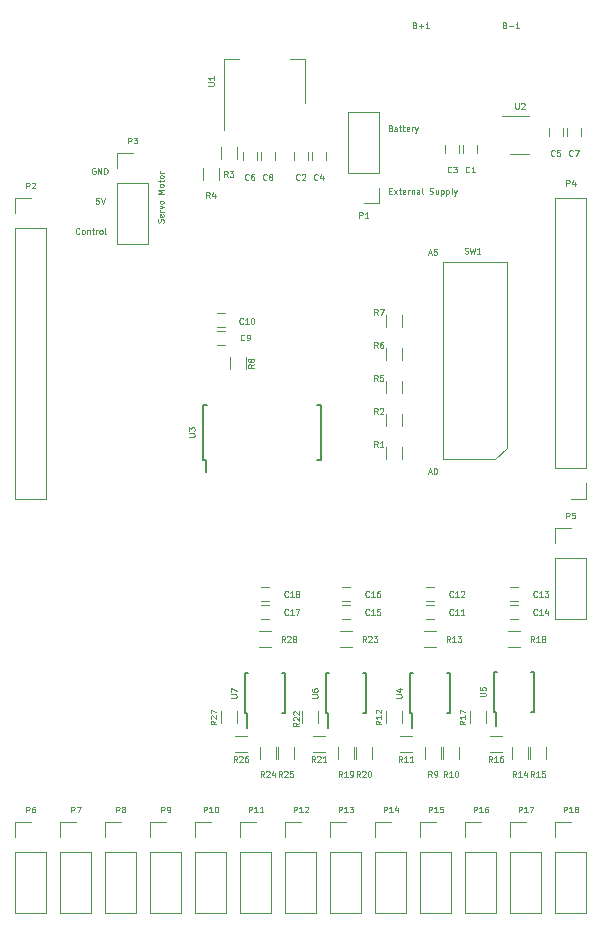
<source format=gto>
G04 #@! TF.FileFunction,Legend,Top*
%FSLAX46Y46*%
G04 Gerber Fmt 4.6, Leading zero omitted, Abs format (unit mm)*
G04 Created by KiCad (PCBNEW 4.0.4-stable) date 04/08/18 19:54:36*
%MOMM*%
%LPD*%
G01*
G04 APERTURE LIST*
%ADD10C,0.100000*%
%ADD11C,0.125000*%
%ADD12C,0.120000*%
%ADD13C,0.050000*%
%ADD14C,0.150000*%
%ADD15C,0.062500*%
G04 APERTURE END LIST*
D10*
D11*
X127658858Y-104985333D02*
X127896953Y-104985333D01*
X127611239Y-105128190D02*
X127777906Y-104628190D01*
X127944572Y-105128190D01*
X128349334Y-104628190D02*
X128111239Y-104628190D01*
X128087429Y-104866286D01*
X128111239Y-104842476D01*
X128158858Y-104818667D01*
X128277905Y-104818667D01*
X128325524Y-104842476D01*
X128349334Y-104866286D01*
X128373143Y-104913905D01*
X128373143Y-105032952D01*
X128349334Y-105080571D01*
X128325524Y-105104381D01*
X128277905Y-105128190D01*
X128158858Y-105128190D01*
X128111239Y-105104381D01*
X128087429Y-105080571D01*
X127658858Y-123527333D02*
X127896953Y-123527333D01*
X127611239Y-123670190D02*
X127777906Y-123170190D01*
X127944572Y-123670190D01*
X128206477Y-123170190D02*
X128254096Y-123170190D01*
X128301715Y-123194000D01*
X128325524Y-123217810D01*
X128349334Y-123265429D01*
X128373143Y-123360667D01*
X128373143Y-123479714D01*
X128349334Y-123574952D01*
X128325524Y-123622571D01*
X128301715Y-123646381D01*
X128254096Y-123670190D01*
X128206477Y-123670190D01*
X128158858Y-123646381D01*
X128135048Y-123622571D01*
X128111239Y-123574952D01*
X128087429Y-123479714D01*
X128087429Y-123360667D01*
X128111239Y-123265429D01*
X128135048Y-123217810D01*
X128158858Y-123194000D01*
X128206477Y-123170190D01*
X98107619Y-103302571D02*
X98083809Y-103326381D01*
X98012381Y-103350190D01*
X97964762Y-103350190D01*
X97893333Y-103326381D01*
X97845714Y-103278762D01*
X97821905Y-103231143D01*
X97798095Y-103135905D01*
X97798095Y-103064476D01*
X97821905Y-102969238D01*
X97845714Y-102921619D01*
X97893333Y-102874000D01*
X97964762Y-102850190D01*
X98012381Y-102850190D01*
X98083809Y-102874000D01*
X98107619Y-102897810D01*
X98393333Y-103350190D02*
X98345714Y-103326381D01*
X98321905Y-103302571D01*
X98298095Y-103254952D01*
X98298095Y-103112095D01*
X98321905Y-103064476D01*
X98345714Y-103040667D01*
X98393333Y-103016857D01*
X98464762Y-103016857D01*
X98512381Y-103040667D01*
X98536190Y-103064476D01*
X98560000Y-103112095D01*
X98560000Y-103254952D01*
X98536190Y-103302571D01*
X98512381Y-103326381D01*
X98464762Y-103350190D01*
X98393333Y-103350190D01*
X98774286Y-103016857D02*
X98774286Y-103350190D01*
X98774286Y-103064476D02*
X98798095Y-103040667D01*
X98845714Y-103016857D01*
X98917143Y-103016857D01*
X98964762Y-103040667D01*
X98988571Y-103088286D01*
X98988571Y-103350190D01*
X99155238Y-103016857D02*
X99345714Y-103016857D01*
X99226667Y-102850190D02*
X99226667Y-103278762D01*
X99250476Y-103326381D01*
X99298095Y-103350190D01*
X99345714Y-103350190D01*
X99512381Y-103350190D02*
X99512381Y-103016857D01*
X99512381Y-103112095D02*
X99536190Y-103064476D01*
X99560000Y-103040667D01*
X99607619Y-103016857D01*
X99655238Y-103016857D01*
X99893333Y-103350190D02*
X99845714Y-103326381D01*
X99821905Y-103302571D01*
X99798095Y-103254952D01*
X99798095Y-103112095D01*
X99821905Y-103064476D01*
X99845714Y-103040667D01*
X99893333Y-103016857D01*
X99964762Y-103016857D01*
X100012381Y-103040667D01*
X100036190Y-103064476D01*
X100060000Y-103112095D01*
X100060000Y-103254952D01*
X100036190Y-103302571D01*
X100012381Y-103326381D01*
X99964762Y-103350190D01*
X99893333Y-103350190D01*
X100345714Y-103350190D02*
X100298095Y-103326381D01*
X100274286Y-103278762D01*
X100274286Y-102850190D01*
X99726763Y-100310190D02*
X99488668Y-100310190D01*
X99464858Y-100548286D01*
X99488668Y-100524476D01*
X99536287Y-100500667D01*
X99655334Y-100500667D01*
X99702953Y-100524476D01*
X99726763Y-100548286D01*
X99750572Y-100595905D01*
X99750572Y-100714952D01*
X99726763Y-100762571D01*
X99702953Y-100786381D01*
X99655334Y-100810190D01*
X99536287Y-100810190D01*
X99488668Y-100786381D01*
X99464858Y-100762571D01*
X99893429Y-100310190D02*
X100060096Y-100810190D01*
X100226762Y-100310190D01*
X99441047Y-97794000D02*
X99393428Y-97770190D01*
X99322000Y-97770190D01*
X99250571Y-97794000D01*
X99202952Y-97841619D01*
X99179143Y-97889238D01*
X99155333Y-97984476D01*
X99155333Y-98055905D01*
X99179143Y-98151143D01*
X99202952Y-98198762D01*
X99250571Y-98246381D01*
X99322000Y-98270190D01*
X99369619Y-98270190D01*
X99441047Y-98246381D01*
X99464857Y-98222571D01*
X99464857Y-98055905D01*
X99369619Y-98055905D01*
X99679143Y-98270190D02*
X99679143Y-97770190D01*
X99964857Y-98270190D01*
X99964857Y-97770190D01*
X100202953Y-98270190D02*
X100202953Y-97770190D01*
X100322000Y-97770190D01*
X100393429Y-97794000D01*
X100441048Y-97841619D01*
X100464857Y-97889238D01*
X100488667Y-97984476D01*
X100488667Y-98055905D01*
X100464857Y-98151143D01*
X100441048Y-98198762D01*
X100393429Y-98246381D01*
X100322000Y-98270190D01*
X100202953Y-98270190D01*
X105205981Y-102383161D02*
X105229790Y-102311732D01*
X105229790Y-102192685D01*
X105205981Y-102145066D01*
X105182171Y-102121256D01*
X105134552Y-102097447D01*
X105086933Y-102097447D01*
X105039314Y-102121256D01*
X105015505Y-102145066D01*
X104991695Y-102192685D01*
X104967886Y-102287923D01*
X104944076Y-102335542D01*
X104920267Y-102359351D01*
X104872648Y-102383161D01*
X104825029Y-102383161D01*
X104777410Y-102359351D01*
X104753600Y-102335542D01*
X104729790Y-102287923D01*
X104729790Y-102168875D01*
X104753600Y-102097447D01*
X105205981Y-101692685D02*
X105229790Y-101740304D01*
X105229790Y-101835542D01*
X105205981Y-101883161D01*
X105158362Y-101906971D01*
X104967886Y-101906971D01*
X104920267Y-101883161D01*
X104896457Y-101835542D01*
X104896457Y-101740304D01*
X104920267Y-101692685D01*
X104967886Y-101668876D01*
X105015505Y-101668876D01*
X105063124Y-101906971D01*
X105229790Y-101454590D02*
X104896457Y-101454590D01*
X104991695Y-101454590D02*
X104944076Y-101430781D01*
X104920267Y-101406971D01*
X104896457Y-101359352D01*
X104896457Y-101311733D01*
X104896457Y-101192685D02*
X105229790Y-101073638D01*
X104896457Y-100954590D01*
X105229790Y-100692686D02*
X105205981Y-100740305D01*
X105182171Y-100764114D01*
X105134552Y-100787924D01*
X104991695Y-100787924D01*
X104944076Y-100764114D01*
X104920267Y-100740305D01*
X104896457Y-100692686D01*
X104896457Y-100621257D01*
X104920267Y-100573638D01*
X104944076Y-100549829D01*
X104991695Y-100526019D01*
X105134552Y-100526019D01*
X105182171Y-100549829D01*
X105205981Y-100573638D01*
X105229790Y-100621257D01*
X105229790Y-100692686D01*
X105229790Y-99930781D02*
X104729790Y-99930781D01*
X105086933Y-99764115D01*
X104729790Y-99597448D01*
X105229790Y-99597448D01*
X105229790Y-99287924D02*
X105205981Y-99335543D01*
X105182171Y-99359352D01*
X105134552Y-99383162D01*
X104991695Y-99383162D01*
X104944076Y-99359352D01*
X104920267Y-99335543D01*
X104896457Y-99287924D01*
X104896457Y-99216495D01*
X104920267Y-99168876D01*
X104944076Y-99145067D01*
X104991695Y-99121257D01*
X105134552Y-99121257D01*
X105182171Y-99145067D01*
X105205981Y-99168876D01*
X105229790Y-99216495D01*
X105229790Y-99287924D01*
X104896457Y-98978400D02*
X104896457Y-98787924D01*
X104729790Y-98906971D02*
X105158362Y-98906971D01*
X105205981Y-98883162D01*
X105229790Y-98835543D01*
X105229790Y-98787924D01*
X105229790Y-98549829D02*
X105205981Y-98597448D01*
X105182171Y-98621257D01*
X105134552Y-98645067D01*
X104991695Y-98645067D01*
X104944076Y-98621257D01*
X104920267Y-98597448D01*
X104896457Y-98549829D01*
X104896457Y-98478400D01*
X104920267Y-98430781D01*
X104944076Y-98406972D01*
X104991695Y-98383162D01*
X105134552Y-98383162D01*
X105182171Y-98406972D01*
X105205981Y-98430781D01*
X105229790Y-98478400D01*
X105229790Y-98549829D01*
X105229790Y-98168876D02*
X104896457Y-98168876D01*
X104991695Y-98168876D02*
X104944076Y-98145067D01*
X104920267Y-98121257D01*
X104896457Y-98073638D01*
X104896457Y-98026019D01*
X124465686Y-94401486D02*
X124537115Y-94425295D01*
X124560924Y-94449105D01*
X124584734Y-94496724D01*
X124584734Y-94568152D01*
X124560924Y-94615771D01*
X124537115Y-94639581D01*
X124489496Y-94663390D01*
X124299020Y-94663390D01*
X124299020Y-94163390D01*
X124465686Y-94163390D01*
X124513305Y-94187200D01*
X124537115Y-94211010D01*
X124560924Y-94258629D01*
X124560924Y-94306248D01*
X124537115Y-94353867D01*
X124513305Y-94377676D01*
X124465686Y-94401486D01*
X124299020Y-94401486D01*
X125013305Y-94663390D02*
X125013305Y-94401486D01*
X124989496Y-94353867D01*
X124941877Y-94330057D01*
X124846639Y-94330057D01*
X124799020Y-94353867D01*
X125013305Y-94639581D02*
X124965686Y-94663390D01*
X124846639Y-94663390D01*
X124799020Y-94639581D01*
X124775210Y-94591962D01*
X124775210Y-94544343D01*
X124799020Y-94496724D01*
X124846639Y-94472914D01*
X124965686Y-94472914D01*
X125013305Y-94449105D01*
X125179972Y-94330057D02*
X125370448Y-94330057D01*
X125251401Y-94163390D02*
X125251401Y-94591962D01*
X125275210Y-94639581D01*
X125322829Y-94663390D01*
X125370448Y-94663390D01*
X125465686Y-94330057D02*
X125656162Y-94330057D01*
X125537115Y-94163390D02*
X125537115Y-94591962D01*
X125560924Y-94639581D01*
X125608543Y-94663390D01*
X125656162Y-94663390D01*
X126013305Y-94639581D02*
X125965686Y-94663390D01*
X125870448Y-94663390D01*
X125822829Y-94639581D01*
X125799019Y-94591962D01*
X125799019Y-94401486D01*
X125822829Y-94353867D01*
X125870448Y-94330057D01*
X125965686Y-94330057D01*
X126013305Y-94353867D01*
X126037114Y-94401486D01*
X126037114Y-94449105D01*
X125799019Y-94496724D01*
X126251400Y-94663390D02*
X126251400Y-94330057D01*
X126251400Y-94425295D02*
X126275209Y-94377676D01*
X126299019Y-94353867D01*
X126346638Y-94330057D01*
X126394257Y-94330057D01*
X126513305Y-94330057D02*
X126632352Y-94663390D01*
X126751400Y-94330057D02*
X126632352Y-94663390D01*
X126584733Y-94782438D01*
X126560924Y-94806248D01*
X126513305Y-94830057D01*
X124344468Y-99710086D02*
X124511134Y-99710086D01*
X124582563Y-99971990D02*
X124344468Y-99971990D01*
X124344468Y-99471990D01*
X124582563Y-99471990D01*
X124749230Y-99971990D02*
X125011134Y-99638657D01*
X124749230Y-99638657D02*
X125011134Y-99971990D01*
X125130182Y-99638657D02*
X125320658Y-99638657D01*
X125201611Y-99471990D02*
X125201611Y-99900562D01*
X125225420Y-99948181D01*
X125273039Y-99971990D01*
X125320658Y-99971990D01*
X125677801Y-99948181D02*
X125630182Y-99971990D01*
X125534944Y-99971990D01*
X125487325Y-99948181D01*
X125463515Y-99900562D01*
X125463515Y-99710086D01*
X125487325Y-99662467D01*
X125534944Y-99638657D01*
X125630182Y-99638657D01*
X125677801Y-99662467D01*
X125701610Y-99710086D01*
X125701610Y-99757705D01*
X125463515Y-99805324D01*
X125915896Y-99971990D02*
X125915896Y-99638657D01*
X125915896Y-99733895D02*
X125939705Y-99686276D01*
X125963515Y-99662467D01*
X126011134Y-99638657D01*
X126058753Y-99638657D01*
X126225420Y-99638657D02*
X126225420Y-99971990D01*
X126225420Y-99686276D02*
X126249229Y-99662467D01*
X126296848Y-99638657D01*
X126368277Y-99638657D01*
X126415896Y-99662467D01*
X126439705Y-99710086D01*
X126439705Y-99971990D01*
X126892086Y-99971990D02*
X126892086Y-99710086D01*
X126868277Y-99662467D01*
X126820658Y-99638657D01*
X126725420Y-99638657D01*
X126677801Y-99662467D01*
X126892086Y-99948181D02*
X126844467Y-99971990D01*
X126725420Y-99971990D01*
X126677801Y-99948181D01*
X126653991Y-99900562D01*
X126653991Y-99852943D01*
X126677801Y-99805324D01*
X126725420Y-99781514D01*
X126844467Y-99781514D01*
X126892086Y-99757705D01*
X127201610Y-99971990D02*
X127153991Y-99948181D01*
X127130182Y-99900562D01*
X127130182Y-99471990D01*
X127749229Y-99948181D02*
X127820658Y-99971990D01*
X127939705Y-99971990D01*
X127987324Y-99948181D01*
X128011134Y-99924371D01*
X128034943Y-99876752D01*
X128034943Y-99829133D01*
X128011134Y-99781514D01*
X127987324Y-99757705D01*
X127939705Y-99733895D01*
X127844467Y-99710086D01*
X127796848Y-99686276D01*
X127773039Y-99662467D01*
X127749229Y-99614848D01*
X127749229Y-99567229D01*
X127773039Y-99519610D01*
X127796848Y-99495800D01*
X127844467Y-99471990D01*
X127963515Y-99471990D01*
X128034943Y-99495800D01*
X128463514Y-99638657D02*
X128463514Y-99971990D01*
X128249229Y-99638657D02*
X128249229Y-99900562D01*
X128273038Y-99948181D01*
X128320657Y-99971990D01*
X128392086Y-99971990D01*
X128439705Y-99948181D01*
X128463514Y-99924371D01*
X128701610Y-99638657D02*
X128701610Y-100138657D01*
X128701610Y-99662467D02*
X128749229Y-99638657D01*
X128844467Y-99638657D01*
X128892086Y-99662467D01*
X128915895Y-99686276D01*
X128939705Y-99733895D01*
X128939705Y-99876752D01*
X128915895Y-99924371D01*
X128892086Y-99948181D01*
X128844467Y-99971990D01*
X128749229Y-99971990D01*
X128701610Y-99948181D01*
X129153991Y-99638657D02*
X129153991Y-100138657D01*
X129153991Y-99662467D02*
X129201610Y-99638657D01*
X129296848Y-99638657D01*
X129344467Y-99662467D01*
X129368276Y-99686276D01*
X129392086Y-99733895D01*
X129392086Y-99876752D01*
X129368276Y-99924371D01*
X129344467Y-99948181D01*
X129296848Y-99971990D01*
X129201610Y-99971990D01*
X129153991Y-99948181D01*
X129677800Y-99971990D02*
X129630181Y-99948181D01*
X129606372Y-99900562D01*
X129606372Y-99471990D01*
X129820658Y-99638657D02*
X129939705Y-99971990D01*
X130058753Y-99638657D02*
X129939705Y-99971990D01*
X129892086Y-100091038D01*
X129868277Y-100114848D01*
X129820658Y-100138657D01*
D12*
X123504000Y-93031000D02*
X120844000Y-93031000D01*
X123504000Y-98171000D02*
X123504000Y-93031000D01*
X120844000Y-98171000D02*
X120844000Y-93031000D01*
X123504000Y-98171000D02*
X120844000Y-98171000D01*
X123504000Y-99441000D02*
X123504000Y-100771000D01*
X123504000Y-100771000D02*
X122174000Y-100771000D01*
X92650000Y-125790000D02*
X95310000Y-125790000D01*
X92650000Y-102870000D02*
X92650000Y-125790000D01*
X95310000Y-102870000D02*
X95310000Y-125790000D01*
X92650000Y-102870000D02*
X95310000Y-102870000D01*
X92650000Y-101600000D02*
X92650000Y-100270000D01*
X92650000Y-100270000D02*
X93980000Y-100270000D01*
X101286000Y-104200000D02*
X103946000Y-104200000D01*
X101286000Y-99060000D02*
X101286000Y-104200000D01*
X103946000Y-99060000D02*
X103946000Y-104200000D01*
X101286000Y-99060000D02*
X103946000Y-99060000D01*
X101286000Y-97790000D02*
X101286000Y-96460000D01*
X101286000Y-96460000D02*
X102616000Y-96460000D01*
X141030000Y-100270000D02*
X138370000Y-100270000D01*
X141030000Y-123190000D02*
X141030000Y-100270000D01*
X138370000Y-123190000D02*
X138370000Y-100270000D01*
X141030000Y-123190000D02*
X138370000Y-123190000D01*
X141030000Y-124460000D02*
X141030000Y-125790000D01*
X141030000Y-125790000D02*
X139700000Y-125790000D01*
X138370000Y-135950000D02*
X141030000Y-135950000D01*
X138370000Y-130810000D02*
X138370000Y-135950000D01*
X141030000Y-130810000D02*
X141030000Y-135950000D01*
X138370000Y-130810000D02*
X141030000Y-130810000D01*
X138370000Y-129540000D02*
X138370000Y-128210000D01*
X138370000Y-128210000D02*
X139700000Y-128210000D01*
X92650000Y-160842000D02*
X95310000Y-160842000D01*
X92650000Y-155702000D02*
X92650000Y-160842000D01*
X95310000Y-155702000D02*
X95310000Y-160842000D01*
X92650000Y-155702000D02*
X95310000Y-155702000D01*
X92650000Y-154432000D02*
X92650000Y-153102000D01*
X92650000Y-153102000D02*
X93980000Y-153102000D01*
X96460000Y-160842000D02*
X99120000Y-160842000D01*
X96460000Y-155702000D02*
X96460000Y-160842000D01*
X99120000Y-155702000D02*
X99120000Y-160842000D01*
X96460000Y-155702000D02*
X99120000Y-155702000D01*
X96460000Y-154432000D02*
X96460000Y-153102000D01*
X96460000Y-153102000D02*
X97790000Y-153102000D01*
X100270000Y-160842000D02*
X102930000Y-160842000D01*
X100270000Y-155702000D02*
X100270000Y-160842000D01*
X102930000Y-155702000D02*
X102930000Y-160842000D01*
X100270000Y-155702000D02*
X102930000Y-155702000D01*
X100270000Y-154432000D02*
X100270000Y-153102000D01*
X100270000Y-153102000D02*
X101600000Y-153102000D01*
X104080000Y-160842000D02*
X106740000Y-160842000D01*
X104080000Y-155702000D02*
X104080000Y-160842000D01*
X106740000Y-155702000D02*
X106740000Y-160842000D01*
X104080000Y-155702000D02*
X106740000Y-155702000D01*
X104080000Y-154432000D02*
X104080000Y-153102000D01*
X104080000Y-153102000D02*
X105410000Y-153102000D01*
X107890000Y-160842000D02*
X110550000Y-160842000D01*
X107890000Y-155702000D02*
X107890000Y-160842000D01*
X110550000Y-155702000D02*
X110550000Y-160842000D01*
X107890000Y-155702000D02*
X110550000Y-155702000D01*
X107890000Y-154432000D02*
X107890000Y-153102000D01*
X107890000Y-153102000D02*
X109220000Y-153102000D01*
X111700000Y-160842000D02*
X114360000Y-160842000D01*
X111700000Y-155702000D02*
X111700000Y-160842000D01*
X114360000Y-155702000D02*
X114360000Y-160842000D01*
X111700000Y-155702000D02*
X114360000Y-155702000D01*
X111700000Y-154432000D02*
X111700000Y-153102000D01*
X111700000Y-153102000D02*
X113030000Y-153102000D01*
X115510000Y-160842000D02*
X118170000Y-160842000D01*
X115510000Y-155702000D02*
X115510000Y-160842000D01*
X118170000Y-155702000D02*
X118170000Y-160842000D01*
X115510000Y-155702000D02*
X118170000Y-155702000D01*
X115510000Y-154432000D02*
X115510000Y-153102000D01*
X115510000Y-153102000D02*
X116840000Y-153102000D01*
X119320000Y-160842000D02*
X121980000Y-160842000D01*
X119320000Y-155702000D02*
X119320000Y-160842000D01*
X121980000Y-155702000D02*
X121980000Y-160842000D01*
X119320000Y-155702000D02*
X121980000Y-155702000D01*
X119320000Y-154432000D02*
X119320000Y-153102000D01*
X119320000Y-153102000D02*
X120650000Y-153102000D01*
X123130000Y-160842000D02*
X125790000Y-160842000D01*
X123130000Y-155702000D02*
X123130000Y-160842000D01*
X125790000Y-155702000D02*
X125790000Y-160842000D01*
X123130000Y-155702000D02*
X125790000Y-155702000D01*
X123130000Y-154432000D02*
X123130000Y-153102000D01*
X123130000Y-153102000D02*
X124460000Y-153102000D01*
X126940000Y-160842000D02*
X129600000Y-160842000D01*
X126940000Y-155702000D02*
X126940000Y-160842000D01*
X129600000Y-155702000D02*
X129600000Y-160842000D01*
X126940000Y-155702000D02*
X129600000Y-155702000D01*
X126940000Y-154432000D02*
X126940000Y-153102000D01*
X126940000Y-153102000D02*
X128270000Y-153102000D01*
X130750000Y-160842000D02*
X133410000Y-160842000D01*
X130750000Y-155702000D02*
X130750000Y-160842000D01*
X133410000Y-155702000D02*
X133410000Y-160842000D01*
X130750000Y-155702000D02*
X133410000Y-155702000D01*
X130750000Y-154432000D02*
X130750000Y-153102000D01*
X130750000Y-153102000D02*
X132080000Y-153102000D01*
X134560000Y-160842000D02*
X137220000Y-160842000D01*
X134560000Y-155702000D02*
X134560000Y-160842000D01*
X137220000Y-155702000D02*
X137220000Y-160842000D01*
X134560000Y-155702000D02*
X137220000Y-155702000D01*
X134560000Y-154432000D02*
X134560000Y-153102000D01*
X134560000Y-153102000D02*
X135890000Y-153102000D01*
X138370000Y-160842000D02*
X141030000Y-160842000D01*
X138370000Y-155702000D02*
X138370000Y-160842000D01*
X141030000Y-155702000D02*
X141030000Y-160842000D01*
X138370000Y-155702000D02*
X141030000Y-155702000D01*
X138370000Y-154432000D02*
X138370000Y-153102000D01*
X138370000Y-153102000D02*
X139700000Y-153102000D01*
D13*
X128890000Y-122446000D02*
X128890000Y-105691000D01*
X128890000Y-105691000D02*
X134290000Y-105691000D01*
X134290000Y-105691000D02*
X134290000Y-121446000D01*
X134290000Y-121446000D02*
X133290000Y-122446000D01*
X133290000Y-122446000D02*
X128890000Y-122446000D01*
D12*
X117202000Y-88514000D02*
X115942000Y-88514000D01*
X110382000Y-88514000D02*
X111642000Y-88514000D01*
X117202000Y-92274000D02*
X117202000Y-88514000D01*
X110382000Y-94524000D02*
X110382000Y-88514000D01*
X134582000Y-96596000D02*
X136182000Y-96596000D01*
X136182000Y-93396000D02*
X133882000Y-93396000D01*
D14*
X108563000Y-122467000D02*
X108788000Y-122467000D01*
X108563000Y-117817000D02*
X108888000Y-117817000D01*
X118513000Y-117817000D02*
X118188000Y-117817000D01*
X118513000Y-122467000D02*
X118188000Y-122467000D01*
X108563000Y-122467000D02*
X108563000Y-117817000D01*
X118513000Y-122467000D02*
X118513000Y-117817000D01*
X108788000Y-122467000D02*
X108788000Y-123542000D01*
X126087000Y-143915000D02*
X126262000Y-143915000D01*
X126087000Y-140565000D02*
X126337000Y-140565000D01*
X129437000Y-140565000D02*
X129187000Y-140565000D01*
X129437000Y-143915000D02*
X129187000Y-143915000D01*
X126087000Y-143915000D02*
X126087000Y-140565000D01*
X129437000Y-143915000D02*
X129437000Y-140565000D01*
X126262000Y-143915000D02*
X126262000Y-145165000D01*
X133199000Y-143788000D02*
X133374000Y-143788000D01*
X133199000Y-140438000D02*
X133449000Y-140438000D01*
X136549000Y-140438000D02*
X136299000Y-140438000D01*
X136549000Y-143788000D02*
X136299000Y-143788000D01*
X133199000Y-143788000D02*
X133199000Y-140438000D01*
X136549000Y-143788000D02*
X136549000Y-140438000D01*
X133374000Y-143788000D02*
X133374000Y-145038000D01*
X118975000Y-143915000D02*
X119150000Y-143915000D01*
X118975000Y-140565000D02*
X119225000Y-140565000D01*
X122325000Y-140565000D02*
X122075000Y-140565000D01*
X122325000Y-143915000D02*
X122075000Y-143915000D01*
X118975000Y-143915000D02*
X118975000Y-140565000D01*
X122325000Y-143915000D02*
X122325000Y-140565000D01*
X119150000Y-143915000D02*
X119150000Y-145165000D01*
X112117000Y-143915000D02*
X112292000Y-143915000D01*
X112117000Y-140565000D02*
X112367000Y-140565000D01*
X115467000Y-140565000D02*
X115217000Y-140565000D01*
X115467000Y-143915000D02*
X115217000Y-143915000D01*
X112117000Y-143915000D02*
X112117000Y-140565000D01*
X115467000Y-143915000D02*
X115467000Y-140565000D01*
X112292000Y-143915000D02*
X112292000Y-145165000D01*
D12*
X131791000Y-95789000D02*
X131791000Y-96489000D01*
X130591000Y-96489000D02*
X130591000Y-95789000D01*
X116240000Y-97124000D02*
X116240000Y-96424000D01*
X117440000Y-96424000D02*
X117440000Y-97124000D01*
X130267000Y-95789000D02*
X130267000Y-96489000D01*
X129067000Y-96489000D02*
X129067000Y-95789000D01*
X117764000Y-97124000D02*
X117764000Y-96424000D01*
X118964000Y-96424000D02*
X118964000Y-97124000D01*
X137830000Y-95092000D02*
X137830000Y-94392000D01*
X139030000Y-94392000D02*
X139030000Y-95092000D01*
X111922000Y-97124000D02*
X111922000Y-96424000D01*
X113122000Y-96424000D02*
X113122000Y-97124000D01*
X139354000Y-95092000D02*
X139354000Y-94392000D01*
X140554000Y-94392000D02*
X140554000Y-95092000D01*
X113446000Y-97124000D02*
X113446000Y-96424000D01*
X114646000Y-96424000D02*
X114646000Y-97124000D01*
X110459000Y-112741000D02*
X109759000Y-112741000D01*
X109759000Y-111541000D02*
X110459000Y-111541000D01*
X110459000Y-111217000D02*
X109759000Y-111217000D01*
X109759000Y-110017000D02*
X110459000Y-110017000D01*
X128112000Y-135982000D02*
X127412000Y-135982000D01*
X127412000Y-134782000D02*
X128112000Y-134782000D01*
X128112000Y-134458000D02*
X127412000Y-134458000D01*
X127412000Y-133258000D02*
X128112000Y-133258000D01*
X135224000Y-134458000D02*
X134524000Y-134458000D01*
X134524000Y-133258000D02*
X135224000Y-133258000D01*
X135224000Y-135982000D02*
X134524000Y-135982000D01*
X134524000Y-134782000D02*
X135224000Y-134782000D01*
X121000000Y-135982000D02*
X120300000Y-135982000D01*
X120300000Y-134782000D02*
X121000000Y-134782000D01*
X121000000Y-134458000D02*
X120300000Y-134458000D01*
X120300000Y-133258000D02*
X121000000Y-133258000D01*
X114142000Y-135982000D02*
X113442000Y-135982000D01*
X113442000Y-134782000D02*
X114142000Y-134782000D01*
X114142000Y-134458000D02*
X113442000Y-134458000D01*
X113442000Y-133258000D02*
X114142000Y-133258000D01*
X124034000Y-122420000D02*
X124034000Y-121420000D01*
X125394000Y-121420000D02*
X125394000Y-122420000D01*
X124034000Y-119626000D02*
X124034000Y-118626000D01*
X125394000Y-118626000D02*
X125394000Y-119626000D01*
X110064000Y-97020000D02*
X110064000Y-96020000D01*
X111424000Y-96020000D02*
X111424000Y-97020000D01*
X108540000Y-98798000D02*
X108540000Y-97798000D01*
X109900000Y-97798000D02*
X109900000Y-98798000D01*
X124034000Y-116832000D02*
X124034000Y-115832000D01*
X125394000Y-115832000D02*
X125394000Y-116832000D01*
X124034000Y-114038000D02*
X124034000Y-113038000D01*
X125394000Y-113038000D02*
X125394000Y-114038000D01*
X124034000Y-111244000D02*
X124034000Y-110244000D01*
X125394000Y-110244000D02*
X125394000Y-111244000D01*
X112186000Y-113800000D02*
X112186000Y-114800000D01*
X110826000Y-114800000D02*
X110826000Y-113800000D01*
X127336000Y-147820000D02*
X127336000Y-146820000D01*
X128696000Y-146820000D02*
X128696000Y-147820000D01*
X130220000Y-146820000D02*
X130220000Y-147820000D01*
X128860000Y-147820000D02*
X128860000Y-146820000D01*
X126230000Y-147238000D02*
X125230000Y-147238000D01*
X125230000Y-145878000D02*
X126230000Y-145878000D01*
X124034000Y-144772000D02*
X124034000Y-143772000D01*
X125394000Y-143772000D02*
X125394000Y-144772000D01*
X128262000Y-138348000D02*
X127262000Y-138348000D01*
X127262000Y-136988000D02*
X128262000Y-136988000D01*
X134702000Y-147820000D02*
X134702000Y-146820000D01*
X136062000Y-146820000D02*
X136062000Y-147820000D01*
X137586000Y-146820000D02*
X137586000Y-147820000D01*
X136226000Y-147820000D02*
X136226000Y-146820000D01*
X133850000Y-147238000D02*
X132850000Y-147238000D01*
X132850000Y-145878000D02*
X133850000Y-145878000D01*
X131146000Y-144772000D02*
X131146000Y-143772000D01*
X132506000Y-143772000D02*
X132506000Y-144772000D01*
X135374000Y-138348000D02*
X134374000Y-138348000D01*
X134374000Y-136988000D02*
X135374000Y-136988000D01*
X119970000Y-147820000D02*
X119970000Y-146820000D01*
X121330000Y-146820000D02*
X121330000Y-147820000D01*
X122854000Y-146820000D02*
X122854000Y-147820000D01*
X121494000Y-147820000D02*
X121494000Y-146820000D01*
X118864000Y-147238000D02*
X117864000Y-147238000D01*
X117864000Y-145878000D02*
X118864000Y-145878000D01*
X116922000Y-144772000D02*
X116922000Y-143772000D01*
X118282000Y-143772000D02*
X118282000Y-144772000D01*
X121150000Y-138348000D02*
X120150000Y-138348000D01*
X120150000Y-136988000D02*
X121150000Y-136988000D01*
X113366000Y-147820000D02*
X113366000Y-146820000D01*
X114726000Y-146820000D02*
X114726000Y-147820000D01*
X116250000Y-146820000D02*
X116250000Y-147820000D01*
X114890000Y-147820000D02*
X114890000Y-146820000D01*
X112260000Y-147238000D02*
X111260000Y-147238000D01*
X111260000Y-145878000D02*
X112260000Y-145878000D01*
X110064000Y-144772000D02*
X110064000Y-143772000D01*
X111424000Y-143772000D02*
X111424000Y-144772000D01*
X114292000Y-138348000D02*
X113292000Y-138348000D01*
X113292000Y-136988000D02*
X114292000Y-136988000D01*
D15*
X126488095Y-85664286D02*
X126559524Y-85688095D01*
X126583333Y-85711905D01*
X126607143Y-85759524D01*
X126607143Y-85830952D01*
X126583333Y-85878571D01*
X126559524Y-85902381D01*
X126511905Y-85926190D01*
X126321429Y-85926190D01*
X126321429Y-85426190D01*
X126488095Y-85426190D01*
X126535714Y-85450000D01*
X126559524Y-85473810D01*
X126583333Y-85521429D01*
X126583333Y-85569048D01*
X126559524Y-85616667D01*
X126535714Y-85640476D01*
X126488095Y-85664286D01*
X126321429Y-85664286D01*
X126821429Y-85735714D02*
X127202381Y-85735714D01*
X127011905Y-85926190D02*
X127011905Y-85545238D01*
X127702381Y-85926190D02*
X127416667Y-85926190D01*
X127559524Y-85926190D02*
X127559524Y-85426190D01*
X127511905Y-85497619D01*
X127464286Y-85545238D01*
X127416667Y-85569048D01*
X134108095Y-85664286D02*
X134179524Y-85688095D01*
X134203333Y-85711905D01*
X134227143Y-85759524D01*
X134227143Y-85830952D01*
X134203333Y-85878571D01*
X134179524Y-85902381D01*
X134131905Y-85926190D01*
X133941429Y-85926190D01*
X133941429Y-85426190D01*
X134108095Y-85426190D01*
X134155714Y-85450000D01*
X134179524Y-85473810D01*
X134203333Y-85521429D01*
X134203333Y-85569048D01*
X134179524Y-85616667D01*
X134155714Y-85640476D01*
X134108095Y-85664286D01*
X133941429Y-85664286D01*
X134441429Y-85735714D02*
X134822381Y-85735714D01*
X135322381Y-85926190D02*
X135036667Y-85926190D01*
X135179524Y-85926190D02*
X135179524Y-85426190D01*
X135131905Y-85497619D01*
X135084286Y-85545238D01*
X135036667Y-85569048D01*
X121804953Y-101997190D02*
X121804953Y-101497190D01*
X121995429Y-101497190D01*
X122043048Y-101521000D01*
X122066857Y-101544810D01*
X122090667Y-101592429D01*
X122090667Y-101663857D01*
X122066857Y-101711476D01*
X122043048Y-101735286D01*
X121995429Y-101759095D01*
X121804953Y-101759095D01*
X122566857Y-101997190D02*
X122281143Y-101997190D01*
X122424000Y-101997190D02*
X122424000Y-101497190D01*
X122376381Y-101568619D01*
X122328762Y-101616238D01*
X122281143Y-101640048D01*
X93610953Y-99496190D02*
X93610953Y-98996190D01*
X93801429Y-98996190D01*
X93849048Y-99020000D01*
X93872857Y-99043810D01*
X93896667Y-99091429D01*
X93896667Y-99162857D01*
X93872857Y-99210476D01*
X93849048Y-99234286D01*
X93801429Y-99258095D01*
X93610953Y-99258095D01*
X94087143Y-99043810D02*
X94110953Y-99020000D01*
X94158572Y-98996190D01*
X94277619Y-98996190D01*
X94325238Y-99020000D01*
X94349048Y-99043810D01*
X94372857Y-99091429D01*
X94372857Y-99139048D01*
X94349048Y-99210476D01*
X94063334Y-99496190D01*
X94372857Y-99496190D01*
X102246953Y-95686190D02*
X102246953Y-95186190D01*
X102437429Y-95186190D01*
X102485048Y-95210000D01*
X102508857Y-95233810D01*
X102532667Y-95281429D01*
X102532667Y-95352857D01*
X102508857Y-95400476D01*
X102485048Y-95424286D01*
X102437429Y-95448095D01*
X102246953Y-95448095D01*
X102699334Y-95186190D02*
X103008857Y-95186190D01*
X102842191Y-95376667D01*
X102913619Y-95376667D01*
X102961238Y-95400476D01*
X102985048Y-95424286D01*
X103008857Y-95471905D01*
X103008857Y-95590952D01*
X102985048Y-95638571D01*
X102961238Y-95662381D01*
X102913619Y-95686190D01*
X102770762Y-95686190D01*
X102723143Y-95662381D01*
X102699334Y-95638571D01*
X139330953Y-99286190D02*
X139330953Y-98786190D01*
X139521429Y-98786190D01*
X139569048Y-98810000D01*
X139592857Y-98833810D01*
X139616667Y-98881429D01*
X139616667Y-98952857D01*
X139592857Y-99000476D01*
X139569048Y-99024286D01*
X139521429Y-99048095D01*
X139330953Y-99048095D01*
X140045238Y-98952857D02*
X140045238Y-99286190D01*
X139926191Y-98762381D02*
X139807143Y-99119524D01*
X140116667Y-99119524D01*
X139330953Y-127436190D02*
X139330953Y-126936190D01*
X139521429Y-126936190D01*
X139569048Y-126960000D01*
X139592857Y-126983810D01*
X139616667Y-127031429D01*
X139616667Y-127102857D01*
X139592857Y-127150476D01*
X139569048Y-127174286D01*
X139521429Y-127198095D01*
X139330953Y-127198095D01*
X140069048Y-126936190D02*
X139830953Y-126936190D01*
X139807143Y-127174286D01*
X139830953Y-127150476D01*
X139878572Y-127126667D01*
X139997619Y-127126667D01*
X140045238Y-127150476D01*
X140069048Y-127174286D01*
X140092857Y-127221905D01*
X140092857Y-127340952D01*
X140069048Y-127388571D01*
X140045238Y-127412381D01*
X139997619Y-127436190D01*
X139878572Y-127436190D01*
X139830953Y-127412381D01*
X139807143Y-127388571D01*
X93610953Y-152328190D02*
X93610953Y-151828190D01*
X93801429Y-151828190D01*
X93849048Y-151852000D01*
X93872857Y-151875810D01*
X93896667Y-151923429D01*
X93896667Y-151994857D01*
X93872857Y-152042476D01*
X93849048Y-152066286D01*
X93801429Y-152090095D01*
X93610953Y-152090095D01*
X94325238Y-151828190D02*
X94230000Y-151828190D01*
X94182381Y-151852000D01*
X94158572Y-151875810D01*
X94110953Y-151947238D01*
X94087143Y-152042476D01*
X94087143Y-152232952D01*
X94110953Y-152280571D01*
X94134762Y-152304381D01*
X94182381Y-152328190D01*
X94277619Y-152328190D01*
X94325238Y-152304381D01*
X94349048Y-152280571D01*
X94372857Y-152232952D01*
X94372857Y-152113905D01*
X94349048Y-152066286D01*
X94325238Y-152042476D01*
X94277619Y-152018667D01*
X94182381Y-152018667D01*
X94134762Y-152042476D01*
X94110953Y-152066286D01*
X94087143Y-152113905D01*
X97420953Y-152328190D02*
X97420953Y-151828190D01*
X97611429Y-151828190D01*
X97659048Y-151852000D01*
X97682857Y-151875810D01*
X97706667Y-151923429D01*
X97706667Y-151994857D01*
X97682857Y-152042476D01*
X97659048Y-152066286D01*
X97611429Y-152090095D01*
X97420953Y-152090095D01*
X97873334Y-151828190D02*
X98206667Y-151828190D01*
X97992381Y-152328190D01*
X101230953Y-152328190D02*
X101230953Y-151828190D01*
X101421429Y-151828190D01*
X101469048Y-151852000D01*
X101492857Y-151875810D01*
X101516667Y-151923429D01*
X101516667Y-151994857D01*
X101492857Y-152042476D01*
X101469048Y-152066286D01*
X101421429Y-152090095D01*
X101230953Y-152090095D01*
X101802381Y-152042476D02*
X101754762Y-152018667D01*
X101730953Y-151994857D01*
X101707143Y-151947238D01*
X101707143Y-151923429D01*
X101730953Y-151875810D01*
X101754762Y-151852000D01*
X101802381Y-151828190D01*
X101897619Y-151828190D01*
X101945238Y-151852000D01*
X101969048Y-151875810D01*
X101992857Y-151923429D01*
X101992857Y-151947238D01*
X101969048Y-151994857D01*
X101945238Y-152018667D01*
X101897619Y-152042476D01*
X101802381Y-152042476D01*
X101754762Y-152066286D01*
X101730953Y-152090095D01*
X101707143Y-152137714D01*
X101707143Y-152232952D01*
X101730953Y-152280571D01*
X101754762Y-152304381D01*
X101802381Y-152328190D01*
X101897619Y-152328190D01*
X101945238Y-152304381D01*
X101969048Y-152280571D01*
X101992857Y-152232952D01*
X101992857Y-152137714D01*
X101969048Y-152090095D01*
X101945238Y-152066286D01*
X101897619Y-152042476D01*
X105040953Y-152328190D02*
X105040953Y-151828190D01*
X105231429Y-151828190D01*
X105279048Y-151852000D01*
X105302857Y-151875810D01*
X105326667Y-151923429D01*
X105326667Y-151994857D01*
X105302857Y-152042476D01*
X105279048Y-152066286D01*
X105231429Y-152090095D01*
X105040953Y-152090095D01*
X105564762Y-152328190D02*
X105660000Y-152328190D01*
X105707619Y-152304381D01*
X105731429Y-152280571D01*
X105779048Y-152209143D01*
X105802857Y-152113905D01*
X105802857Y-151923429D01*
X105779048Y-151875810D01*
X105755238Y-151852000D01*
X105707619Y-151828190D01*
X105612381Y-151828190D01*
X105564762Y-151852000D01*
X105540953Y-151875810D01*
X105517143Y-151923429D01*
X105517143Y-152042476D01*
X105540953Y-152090095D01*
X105564762Y-152113905D01*
X105612381Y-152137714D01*
X105707619Y-152137714D01*
X105755238Y-152113905D01*
X105779048Y-152090095D01*
X105802857Y-152042476D01*
X108612858Y-152328190D02*
X108612858Y-151828190D01*
X108803334Y-151828190D01*
X108850953Y-151852000D01*
X108874762Y-151875810D01*
X108898572Y-151923429D01*
X108898572Y-151994857D01*
X108874762Y-152042476D01*
X108850953Y-152066286D01*
X108803334Y-152090095D01*
X108612858Y-152090095D01*
X109374762Y-152328190D02*
X109089048Y-152328190D01*
X109231905Y-152328190D02*
X109231905Y-151828190D01*
X109184286Y-151899619D01*
X109136667Y-151947238D01*
X109089048Y-151971048D01*
X109684286Y-151828190D02*
X109731905Y-151828190D01*
X109779524Y-151852000D01*
X109803333Y-151875810D01*
X109827143Y-151923429D01*
X109850952Y-152018667D01*
X109850952Y-152137714D01*
X109827143Y-152232952D01*
X109803333Y-152280571D01*
X109779524Y-152304381D01*
X109731905Y-152328190D01*
X109684286Y-152328190D01*
X109636667Y-152304381D01*
X109612857Y-152280571D01*
X109589048Y-152232952D01*
X109565238Y-152137714D01*
X109565238Y-152018667D01*
X109589048Y-151923429D01*
X109612857Y-151875810D01*
X109636667Y-151852000D01*
X109684286Y-151828190D01*
X112422858Y-152328190D02*
X112422858Y-151828190D01*
X112613334Y-151828190D01*
X112660953Y-151852000D01*
X112684762Y-151875810D01*
X112708572Y-151923429D01*
X112708572Y-151994857D01*
X112684762Y-152042476D01*
X112660953Y-152066286D01*
X112613334Y-152090095D01*
X112422858Y-152090095D01*
X113184762Y-152328190D02*
X112899048Y-152328190D01*
X113041905Y-152328190D02*
X113041905Y-151828190D01*
X112994286Y-151899619D01*
X112946667Y-151947238D01*
X112899048Y-151971048D01*
X113660952Y-152328190D02*
X113375238Y-152328190D01*
X113518095Y-152328190D02*
X113518095Y-151828190D01*
X113470476Y-151899619D01*
X113422857Y-151947238D01*
X113375238Y-151971048D01*
X116232858Y-152328190D02*
X116232858Y-151828190D01*
X116423334Y-151828190D01*
X116470953Y-151852000D01*
X116494762Y-151875810D01*
X116518572Y-151923429D01*
X116518572Y-151994857D01*
X116494762Y-152042476D01*
X116470953Y-152066286D01*
X116423334Y-152090095D01*
X116232858Y-152090095D01*
X116994762Y-152328190D02*
X116709048Y-152328190D01*
X116851905Y-152328190D02*
X116851905Y-151828190D01*
X116804286Y-151899619D01*
X116756667Y-151947238D01*
X116709048Y-151971048D01*
X117185238Y-151875810D02*
X117209048Y-151852000D01*
X117256667Y-151828190D01*
X117375714Y-151828190D01*
X117423333Y-151852000D01*
X117447143Y-151875810D01*
X117470952Y-151923429D01*
X117470952Y-151971048D01*
X117447143Y-152042476D01*
X117161429Y-152328190D01*
X117470952Y-152328190D01*
X120042858Y-152328190D02*
X120042858Y-151828190D01*
X120233334Y-151828190D01*
X120280953Y-151852000D01*
X120304762Y-151875810D01*
X120328572Y-151923429D01*
X120328572Y-151994857D01*
X120304762Y-152042476D01*
X120280953Y-152066286D01*
X120233334Y-152090095D01*
X120042858Y-152090095D01*
X120804762Y-152328190D02*
X120519048Y-152328190D01*
X120661905Y-152328190D02*
X120661905Y-151828190D01*
X120614286Y-151899619D01*
X120566667Y-151947238D01*
X120519048Y-151971048D01*
X120971429Y-151828190D02*
X121280952Y-151828190D01*
X121114286Y-152018667D01*
X121185714Y-152018667D01*
X121233333Y-152042476D01*
X121257143Y-152066286D01*
X121280952Y-152113905D01*
X121280952Y-152232952D01*
X121257143Y-152280571D01*
X121233333Y-152304381D01*
X121185714Y-152328190D01*
X121042857Y-152328190D01*
X120995238Y-152304381D01*
X120971429Y-152280571D01*
X123852858Y-152328190D02*
X123852858Y-151828190D01*
X124043334Y-151828190D01*
X124090953Y-151852000D01*
X124114762Y-151875810D01*
X124138572Y-151923429D01*
X124138572Y-151994857D01*
X124114762Y-152042476D01*
X124090953Y-152066286D01*
X124043334Y-152090095D01*
X123852858Y-152090095D01*
X124614762Y-152328190D02*
X124329048Y-152328190D01*
X124471905Y-152328190D02*
X124471905Y-151828190D01*
X124424286Y-151899619D01*
X124376667Y-151947238D01*
X124329048Y-151971048D01*
X125043333Y-151994857D02*
X125043333Y-152328190D01*
X124924286Y-151804381D02*
X124805238Y-152161524D01*
X125114762Y-152161524D01*
X127662858Y-152328190D02*
X127662858Y-151828190D01*
X127853334Y-151828190D01*
X127900953Y-151852000D01*
X127924762Y-151875810D01*
X127948572Y-151923429D01*
X127948572Y-151994857D01*
X127924762Y-152042476D01*
X127900953Y-152066286D01*
X127853334Y-152090095D01*
X127662858Y-152090095D01*
X128424762Y-152328190D02*
X128139048Y-152328190D01*
X128281905Y-152328190D02*
X128281905Y-151828190D01*
X128234286Y-151899619D01*
X128186667Y-151947238D01*
X128139048Y-151971048D01*
X128877143Y-151828190D02*
X128639048Y-151828190D01*
X128615238Y-152066286D01*
X128639048Y-152042476D01*
X128686667Y-152018667D01*
X128805714Y-152018667D01*
X128853333Y-152042476D01*
X128877143Y-152066286D01*
X128900952Y-152113905D01*
X128900952Y-152232952D01*
X128877143Y-152280571D01*
X128853333Y-152304381D01*
X128805714Y-152328190D01*
X128686667Y-152328190D01*
X128639048Y-152304381D01*
X128615238Y-152280571D01*
X131472858Y-152328190D02*
X131472858Y-151828190D01*
X131663334Y-151828190D01*
X131710953Y-151852000D01*
X131734762Y-151875810D01*
X131758572Y-151923429D01*
X131758572Y-151994857D01*
X131734762Y-152042476D01*
X131710953Y-152066286D01*
X131663334Y-152090095D01*
X131472858Y-152090095D01*
X132234762Y-152328190D02*
X131949048Y-152328190D01*
X132091905Y-152328190D02*
X132091905Y-151828190D01*
X132044286Y-151899619D01*
X131996667Y-151947238D01*
X131949048Y-151971048D01*
X132663333Y-151828190D02*
X132568095Y-151828190D01*
X132520476Y-151852000D01*
X132496667Y-151875810D01*
X132449048Y-151947238D01*
X132425238Y-152042476D01*
X132425238Y-152232952D01*
X132449048Y-152280571D01*
X132472857Y-152304381D01*
X132520476Y-152328190D01*
X132615714Y-152328190D01*
X132663333Y-152304381D01*
X132687143Y-152280571D01*
X132710952Y-152232952D01*
X132710952Y-152113905D01*
X132687143Y-152066286D01*
X132663333Y-152042476D01*
X132615714Y-152018667D01*
X132520476Y-152018667D01*
X132472857Y-152042476D01*
X132449048Y-152066286D01*
X132425238Y-152113905D01*
X135282858Y-152328190D02*
X135282858Y-151828190D01*
X135473334Y-151828190D01*
X135520953Y-151852000D01*
X135544762Y-151875810D01*
X135568572Y-151923429D01*
X135568572Y-151994857D01*
X135544762Y-152042476D01*
X135520953Y-152066286D01*
X135473334Y-152090095D01*
X135282858Y-152090095D01*
X136044762Y-152328190D02*
X135759048Y-152328190D01*
X135901905Y-152328190D02*
X135901905Y-151828190D01*
X135854286Y-151899619D01*
X135806667Y-151947238D01*
X135759048Y-151971048D01*
X136211429Y-151828190D02*
X136544762Y-151828190D01*
X136330476Y-152328190D01*
X139092858Y-152328190D02*
X139092858Y-151828190D01*
X139283334Y-151828190D01*
X139330953Y-151852000D01*
X139354762Y-151875810D01*
X139378572Y-151923429D01*
X139378572Y-151994857D01*
X139354762Y-152042476D01*
X139330953Y-152066286D01*
X139283334Y-152090095D01*
X139092858Y-152090095D01*
X139854762Y-152328190D02*
X139569048Y-152328190D01*
X139711905Y-152328190D02*
X139711905Y-151828190D01*
X139664286Y-151899619D01*
X139616667Y-151947238D01*
X139569048Y-151971048D01*
X140140476Y-152042476D02*
X140092857Y-152018667D01*
X140069048Y-151994857D01*
X140045238Y-151947238D01*
X140045238Y-151923429D01*
X140069048Y-151875810D01*
X140092857Y-151852000D01*
X140140476Y-151828190D01*
X140235714Y-151828190D01*
X140283333Y-151852000D01*
X140307143Y-151875810D01*
X140330952Y-151923429D01*
X140330952Y-151947238D01*
X140307143Y-151994857D01*
X140283333Y-152018667D01*
X140235714Y-152042476D01*
X140140476Y-152042476D01*
X140092857Y-152066286D01*
X140069048Y-152090095D01*
X140045238Y-152137714D01*
X140045238Y-152232952D01*
X140069048Y-152280571D01*
X140092857Y-152304381D01*
X140140476Y-152328190D01*
X140235714Y-152328190D01*
X140283333Y-152304381D01*
X140307143Y-152280571D01*
X140330952Y-152232952D01*
X140330952Y-152137714D01*
X140307143Y-152090095D01*
X140283333Y-152066286D01*
X140235714Y-152042476D01*
X130723334Y-104998381D02*
X130794763Y-105022190D01*
X130913810Y-105022190D01*
X130961429Y-104998381D01*
X130985239Y-104974571D01*
X131009048Y-104926952D01*
X131009048Y-104879333D01*
X130985239Y-104831714D01*
X130961429Y-104807905D01*
X130913810Y-104784095D01*
X130818572Y-104760286D01*
X130770953Y-104736476D01*
X130747144Y-104712667D01*
X130723334Y-104665048D01*
X130723334Y-104617429D01*
X130747144Y-104569810D01*
X130770953Y-104546000D01*
X130818572Y-104522190D01*
X130937620Y-104522190D01*
X131009048Y-104546000D01*
X131175715Y-104522190D02*
X131294762Y-105022190D01*
X131390000Y-104665048D01*
X131485238Y-105022190D01*
X131604286Y-104522190D01*
X132056667Y-105022190D02*
X131770953Y-105022190D01*
X131913810Y-105022190D02*
X131913810Y-104522190D01*
X131866191Y-104593619D01*
X131818572Y-104641238D01*
X131770953Y-104665048D01*
X109018190Y-90804952D02*
X109422952Y-90804952D01*
X109470571Y-90781143D01*
X109494381Y-90757333D01*
X109518190Y-90709714D01*
X109518190Y-90614476D01*
X109494381Y-90566857D01*
X109470571Y-90543048D01*
X109422952Y-90519238D01*
X109018190Y-90519238D01*
X109518190Y-90019238D02*
X109518190Y-90304952D01*
X109518190Y-90162095D02*
X109018190Y-90162095D01*
X109089619Y-90209714D01*
X109137238Y-90257333D01*
X109161048Y-90304952D01*
X135001048Y-92272190D02*
X135001048Y-92676952D01*
X135024857Y-92724571D01*
X135048667Y-92748381D01*
X135096286Y-92772190D01*
X135191524Y-92772190D01*
X135239143Y-92748381D01*
X135262952Y-92724571D01*
X135286762Y-92676952D01*
X135286762Y-92272190D01*
X135501048Y-92319810D02*
X135524858Y-92296000D01*
X135572477Y-92272190D01*
X135691524Y-92272190D01*
X135739143Y-92296000D01*
X135762953Y-92319810D01*
X135786762Y-92367429D01*
X135786762Y-92415048D01*
X135762953Y-92486476D01*
X135477239Y-92772190D01*
X135786762Y-92772190D01*
X107364190Y-120522952D02*
X107768952Y-120522952D01*
X107816571Y-120499143D01*
X107840381Y-120475333D01*
X107864190Y-120427714D01*
X107864190Y-120332476D01*
X107840381Y-120284857D01*
X107816571Y-120261048D01*
X107768952Y-120237238D01*
X107364190Y-120237238D01*
X107364190Y-120046761D02*
X107364190Y-119737238D01*
X107554667Y-119903904D01*
X107554667Y-119832476D01*
X107578476Y-119784857D01*
X107602286Y-119761047D01*
X107649905Y-119737238D01*
X107768952Y-119737238D01*
X107816571Y-119761047D01*
X107840381Y-119784857D01*
X107864190Y-119832476D01*
X107864190Y-119975333D01*
X107840381Y-120022952D01*
X107816571Y-120046761D01*
X124888190Y-142620952D02*
X125292952Y-142620952D01*
X125340571Y-142597143D01*
X125364381Y-142573333D01*
X125388190Y-142525714D01*
X125388190Y-142430476D01*
X125364381Y-142382857D01*
X125340571Y-142359048D01*
X125292952Y-142335238D01*
X124888190Y-142335238D01*
X125054857Y-141882857D02*
X125388190Y-141882857D01*
X124864381Y-142001904D02*
X125221524Y-142120952D01*
X125221524Y-141811428D01*
X132000190Y-142493952D02*
X132404952Y-142493952D01*
X132452571Y-142470143D01*
X132476381Y-142446333D01*
X132500190Y-142398714D01*
X132500190Y-142303476D01*
X132476381Y-142255857D01*
X132452571Y-142232048D01*
X132404952Y-142208238D01*
X132000190Y-142208238D01*
X132000190Y-141732047D02*
X132000190Y-141970142D01*
X132238286Y-141993952D01*
X132214476Y-141970142D01*
X132190667Y-141922523D01*
X132190667Y-141803476D01*
X132214476Y-141755857D01*
X132238286Y-141732047D01*
X132285905Y-141708238D01*
X132404952Y-141708238D01*
X132452571Y-141732047D01*
X132476381Y-141755857D01*
X132500190Y-141803476D01*
X132500190Y-141922523D01*
X132476381Y-141970142D01*
X132452571Y-141993952D01*
X117776190Y-142620952D02*
X118180952Y-142620952D01*
X118228571Y-142597143D01*
X118252381Y-142573333D01*
X118276190Y-142525714D01*
X118276190Y-142430476D01*
X118252381Y-142382857D01*
X118228571Y-142359048D01*
X118180952Y-142335238D01*
X117776190Y-142335238D01*
X117776190Y-141882857D02*
X117776190Y-141978095D01*
X117800000Y-142025714D01*
X117823810Y-142049523D01*
X117895238Y-142097142D01*
X117990476Y-142120952D01*
X118180952Y-142120952D01*
X118228571Y-142097142D01*
X118252381Y-142073333D01*
X118276190Y-142025714D01*
X118276190Y-141930476D01*
X118252381Y-141882857D01*
X118228571Y-141859047D01*
X118180952Y-141835238D01*
X118061905Y-141835238D01*
X118014286Y-141859047D01*
X117990476Y-141882857D01*
X117966667Y-141930476D01*
X117966667Y-142025714D01*
X117990476Y-142073333D01*
X118014286Y-142097142D01*
X118061905Y-142120952D01*
X110918190Y-142620952D02*
X111322952Y-142620952D01*
X111370571Y-142597143D01*
X111394381Y-142573333D01*
X111418190Y-142525714D01*
X111418190Y-142430476D01*
X111394381Y-142382857D01*
X111370571Y-142359048D01*
X111322952Y-142335238D01*
X110918190Y-142335238D01*
X110918190Y-142144761D02*
X110918190Y-141811428D01*
X111418190Y-142025714D01*
X131107667Y-98095571D02*
X131083857Y-98119381D01*
X131012429Y-98143190D01*
X130964810Y-98143190D01*
X130893381Y-98119381D01*
X130845762Y-98071762D01*
X130821953Y-98024143D01*
X130798143Y-97928905D01*
X130798143Y-97857476D01*
X130821953Y-97762238D01*
X130845762Y-97714619D01*
X130893381Y-97667000D01*
X130964810Y-97643190D01*
X131012429Y-97643190D01*
X131083857Y-97667000D01*
X131107667Y-97690810D01*
X131583857Y-98143190D02*
X131298143Y-98143190D01*
X131441000Y-98143190D02*
X131441000Y-97643190D01*
X131393381Y-97714619D01*
X131345762Y-97762238D01*
X131298143Y-97786048D01*
X116756667Y-98730571D02*
X116732857Y-98754381D01*
X116661429Y-98778190D01*
X116613810Y-98778190D01*
X116542381Y-98754381D01*
X116494762Y-98706762D01*
X116470953Y-98659143D01*
X116447143Y-98563905D01*
X116447143Y-98492476D01*
X116470953Y-98397238D01*
X116494762Y-98349619D01*
X116542381Y-98302000D01*
X116613810Y-98278190D01*
X116661429Y-98278190D01*
X116732857Y-98302000D01*
X116756667Y-98325810D01*
X116947143Y-98325810D02*
X116970953Y-98302000D01*
X117018572Y-98278190D01*
X117137619Y-98278190D01*
X117185238Y-98302000D01*
X117209048Y-98325810D01*
X117232857Y-98373429D01*
X117232857Y-98421048D01*
X117209048Y-98492476D01*
X116923334Y-98778190D01*
X117232857Y-98778190D01*
X129583667Y-98095571D02*
X129559857Y-98119381D01*
X129488429Y-98143190D01*
X129440810Y-98143190D01*
X129369381Y-98119381D01*
X129321762Y-98071762D01*
X129297953Y-98024143D01*
X129274143Y-97928905D01*
X129274143Y-97857476D01*
X129297953Y-97762238D01*
X129321762Y-97714619D01*
X129369381Y-97667000D01*
X129440810Y-97643190D01*
X129488429Y-97643190D01*
X129559857Y-97667000D01*
X129583667Y-97690810D01*
X129750334Y-97643190D02*
X130059857Y-97643190D01*
X129893191Y-97833667D01*
X129964619Y-97833667D01*
X130012238Y-97857476D01*
X130036048Y-97881286D01*
X130059857Y-97928905D01*
X130059857Y-98047952D01*
X130036048Y-98095571D01*
X130012238Y-98119381D01*
X129964619Y-98143190D01*
X129821762Y-98143190D01*
X129774143Y-98119381D01*
X129750334Y-98095571D01*
X118280667Y-98730571D02*
X118256857Y-98754381D01*
X118185429Y-98778190D01*
X118137810Y-98778190D01*
X118066381Y-98754381D01*
X118018762Y-98706762D01*
X117994953Y-98659143D01*
X117971143Y-98563905D01*
X117971143Y-98492476D01*
X117994953Y-98397238D01*
X118018762Y-98349619D01*
X118066381Y-98302000D01*
X118137810Y-98278190D01*
X118185429Y-98278190D01*
X118256857Y-98302000D01*
X118280667Y-98325810D01*
X118709238Y-98444857D02*
X118709238Y-98778190D01*
X118590191Y-98254381D02*
X118471143Y-98611524D01*
X118780667Y-98611524D01*
X138346667Y-96698571D02*
X138322857Y-96722381D01*
X138251429Y-96746190D01*
X138203810Y-96746190D01*
X138132381Y-96722381D01*
X138084762Y-96674762D01*
X138060953Y-96627143D01*
X138037143Y-96531905D01*
X138037143Y-96460476D01*
X138060953Y-96365238D01*
X138084762Y-96317619D01*
X138132381Y-96270000D01*
X138203810Y-96246190D01*
X138251429Y-96246190D01*
X138322857Y-96270000D01*
X138346667Y-96293810D01*
X138799048Y-96246190D02*
X138560953Y-96246190D01*
X138537143Y-96484286D01*
X138560953Y-96460476D01*
X138608572Y-96436667D01*
X138727619Y-96436667D01*
X138775238Y-96460476D01*
X138799048Y-96484286D01*
X138822857Y-96531905D01*
X138822857Y-96650952D01*
X138799048Y-96698571D01*
X138775238Y-96722381D01*
X138727619Y-96746190D01*
X138608572Y-96746190D01*
X138560953Y-96722381D01*
X138537143Y-96698571D01*
X112438667Y-98730571D02*
X112414857Y-98754381D01*
X112343429Y-98778190D01*
X112295810Y-98778190D01*
X112224381Y-98754381D01*
X112176762Y-98706762D01*
X112152953Y-98659143D01*
X112129143Y-98563905D01*
X112129143Y-98492476D01*
X112152953Y-98397238D01*
X112176762Y-98349619D01*
X112224381Y-98302000D01*
X112295810Y-98278190D01*
X112343429Y-98278190D01*
X112414857Y-98302000D01*
X112438667Y-98325810D01*
X112867238Y-98278190D02*
X112772000Y-98278190D01*
X112724381Y-98302000D01*
X112700572Y-98325810D01*
X112652953Y-98397238D01*
X112629143Y-98492476D01*
X112629143Y-98682952D01*
X112652953Y-98730571D01*
X112676762Y-98754381D01*
X112724381Y-98778190D01*
X112819619Y-98778190D01*
X112867238Y-98754381D01*
X112891048Y-98730571D01*
X112914857Y-98682952D01*
X112914857Y-98563905D01*
X112891048Y-98516286D01*
X112867238Y-98492476D01*
X112819619Y-98468667D01*
X112724381Y-98468667D01*
X112676762Y-98492476D01*
X112652953Y-98516286D01*
X112629143Y-98563905D01*
X139870667Y-96698571D02*
X139846857Y-96722381D01*
X139775429Y-96746190D01*
X139727810Y-96746190D01*
X139656381Y-96722381D01*
X139608762Y-96674762D01*
X139584953Y-96627143D01*
X139561143Y-96531905D01*
X139561143Y-96460476D01*
X139584953Y-96365238D01*
X139608762Y-96317619D01*
X139656381Y-96270000D01*
X139727810Y-96246190D01*
X139775429Y-96246190D01*
X139846857Y-96270000D01*
X139870667Y-96293810D01*
X140037334Y-96246190D02*
X140370667Y-96246190D01*
X140156381Y-96746190D01*
X113962667Y-98730571D02*
X113938857Y-98754381D01*
X113867429Y-98778190D01*
X113819810Y-98778190D01*
X113748381Y-98754381D01*
X113700762Y-98706762D01*
X113676953Y-98659143D01*
X113653143Y-98563905D01*
X113653143Y-98492476D01*
X113676953Y-98397238D01*
X113700762Y-98349619D01*
X113748381Y-98302000D01*
X113819810Y-98278190D01*
X113867429Y-98278190D01*
X113938857Y-98302000D01*
X113962667Y-98325810D01*
X114248381Y-98492476D02*
X114200762Y-98468667D01*
X114176953Y-98444857D01*
X114153143Y-98397238D01*
X114153143Y-98373429D01*
X114176953Y-98325810D01*
X114200762Y-98302000D01*
X114248381Y-98278190D01*
X114343619Y-98278190D01*
X114391238Y-98302000D01*
X114415048Y-98325810D01*
X114438857Y-98373429D01*
X114438857Y-98397238D01*
X114415048Y-98444857D01*
X114391238Y-98468667D01*
X114343619Y-98492476D01*
X114248381Y-98492476D01*
X114200762Y-98516286D01*
X114176953Y-98540095D01*
X114153143Y-98587714D01*
X114153143Y-98682952D01*
X114176953Y-98730571D01*
X114200762Y-98754381D01*
X114248381Y-98778190D01*
X114343619Y-98778190D01*
X114391238Y-98754381D01*
X114415048Y-98730571D01*
X114438857Y-98682952D01*
X114438857Y-98587714D01*
X114415048Y-98540095D01*
X114391238Y-98516286D01*
X114343619Y-98492476D01*
X112057667Y-112319571D02*
X112033857Y-112343381D01*
X111962429Y-112367190D01*
X111914810Y-112367190D01*
X111843381Y-112343381D01*
X111795762Y-112295762D01*
X111771953Y-112248143D01*
X111748143Y-112152905D01*
X111748143Y-112081476D01*
X111771953Y-111986238D01*
X111795762Y-111938619D01*
X111843381Y-111891000D01*
X111914810Y-111867190D01*
X111962429Y-111867190D01*
X112033857Y-111891000D01*
X112057667Y-111914810D01*
X112295762Y-112367190D02*
X112391000Y-112367190D01*
X112438619Y-112343381D01*
X112462429Y-112319571D01*
X112510048Y-112248143D01*
X112533857Y-112152905D01*
X112533857Y-111962429D01*
X112510048Y-111914810D01*
X112486238Y-111891000D01*
X112438619Y-111867190D01*
X112343381Y-111867190D01*
X112295762Y-111891000D01*
X112271953Y-111914810D01*
X112248143Y-111962429D01*
X112248143Y-112081476D01*
X112271953Y-112129095D01*
X112295762Y-112152905D01*
X112343381Y-112176714D01*
X112438619Y-112176714D01*
X112486238Y-112152905D01*
X112510048Y-112129095D01*
X112533857Y-112081476D01*
X111946572Y-110922571D02*
X111922762Y-110946381D01*
X111851334Y-110970190D01*
X111803715Y-110970190D01*
X111732286Y-110946381D01*
X111684667Y-110898762D01*
X111660858Y-110851143D01*
X111637048Y-110755905D01*
X111637048Y-110684476D01*
X111660858Y-110589238D01*
X111684667Y-110541619D01*
X111732286Y-110494000D01*
X111803715Y-110470190D01*
X111851334Y-110470190D01*
X111922762Y-110494000D01*
X111946572Y-110517810D01*
X112422762Y-110970190D02*
X112137048Y-110970190D01*
X112279905Y-110970190D02*
X112279905Y-110470190D01*
X112232286Y-110541619D01*
X112184667Y-110589238D01*
X112137048Y-110613048D01*
X112732286Y-110470190D02*
X112779905Y-110470190D01*
X112827524Y-110494000D01*
X112851333Y-110517810D01*
X112875143Y-110565429D01*
X112898952Y-110660667D01*
X112898952Y-110779714D01*
X112875143Y-110874952D01*
X112851333Y-110922571D01*
X112827524Y-110946381D01*
X112779905Y-110970190D01*
X112732286Y-110970190D01*
X112684667Y-110946381D01*
X112660857Y-110922571D01*
X112637048Y-110874952D01*
X112613238Y-110779714D01*
X112613238Y-110660667D01*
X112637048Y-110565429D01*
X112660857Y-110517810D01*
X112684667Y-110494000D01*
X112732286Y-110470190D01*
X129726572Y-135560571D02*
X129702762Y-135584381D01*
X129631334Y-135608190D01*
X129583715Y-135608190D01*
X129512286Y-135584381D01*
X129464667Y-135536762D01*
X129440858Y-135489143D01*
X129417048Y-135393905D01*
X129417048Y-135322476D01*
X129440858Y-135227238D01*
X129464667Y-135179619D01*
X129512286Y-135132000D01*
X129583715Y-135108190D01*
X129631334Y-135108190D01*
X129702762Y-135132000D01*
X129726572Y-135155810D01*
X130202762Y-135608190D02*
X129917048Y-135608190D01*
X130059905Y-135608190D02*
X130059905Y-135108190D01*
X130012286Y-135179619D01*
X129964667Y-135227238D01*
X129917048Y-135251048D01*
X130678952Y-135608190D02*
X130393238Y-135608190D01*
X130536095Y-135608190D02*
X130536095Y-135108190D01*
X130488476Y-135179619D01*
X130440857Y-135227238D01*
X130393238Y-135251048D01*
X129726572Y-134036571D02*
X129702762Y-134060381D01*
X129631334Y-134084190D01*
X129583715Y-134084190D01*
X129512286Y-134060381D01*
X129464667Y-134012762D01*
X129440858Y-133965143D01*
X129417048Y-133869905D01*
X129417048Y-133798476D01*
X129440858Y-133703238D01*
X129464667Y-133655619D01*
X129512286Y-133608000D01*
X129583715Y-133584190D01*
X129631334Y-133584190D01*
X129702762Y-133608000D01*
X129726572Y-133631810D01*
X130202762Y-134084190D02*
X129917048Y-134084190D01*
X130059905Y-134084190D02*
X130059905Y-133584190D01*
X130012286Y-133655619D01*
X129964667Y-133703238D01*
X129917048Y-133727048D01*
X130393238Y-133631810D02*
X130417048Y-133608000D01*
X130464667Y-133584190D01*
X130583714Y-133584190D01*
X130631333Y-133608000D01*
X130655143Y-133631810D01*
X130678952Y-133679429D01*
X130678952Y-133727048D01*
X130655143Y-133798476D01*
X130369429Y-134084190D01*
X130678952Y-134084190D01*
X136838572Y-134036571D02*
X136814762Y-134060381D01*
X136743334Y-134084190D01*
X136695715Y-134084190D01*
X136624286Y-134060381D01*
X136576667Y-134012762D01*
X136552858Y-133965143D01*
X136529048Y-133869905D01*
X136529048Y-133798476D01*
X136552858Y-133703238D01*
X136576667Y-133655619D01*
X136624286Y-133608000D01*
X136695715Y-133584190D01*
X136743334Y-133584190D01*
X136814762Y-133608000D01*
X136838572Y-133631810D01*
X137314762Y-134084190D02*
X137029048Y-134084190D01*
X137171905Y-134084190D02*
X137171905Y-133584190D01*
X137124286Y-133655619D01*
X137076667Y-133703238D01*
X137029048Y-133727048D01*
X137481429Y-133584190D02*
X137790952Y-133584190D01*
X137624286Y-133774667D01*
X137695714Y-133774667D01*
X137743333Y-133798476D01*
X137767143Y-133822286D01*
X137790952Y-133869905D01*
X137790952Y-133988952D01*
X137767143Y-134036571D01*
X137743333Y-134060381D01*
X137695714Y-134084190D01*
X137552857Y-134084190D01*
X137505238Y-134060381D01*
X137481429Y-134036571D01*
X136838572Y-135560571D02*
X136814762Y-135584381D01*
X136743334Y-135608190D01*
X136695715Y-135608190D01*
X136624286Y-135584381D01*
X136576667Y-135536762D01*
X136552858Y-135489143D01*
X136529048Y-135393905D01*
X136529048Y-135322476D01*
X136552858Y-135227238D01*
X136576667Y-135179619D01*
X136624286Y-135132000D01*
X136695715Y-135108190D01*
X136743334Y-135108190D01*
X136814762Y-135132000D01*
X136838572Y-135155810D01*
X137314762Y-135608190D02*
X137029048Y-135608190D01*
X137171905Y-135608190D02*
X137171905Y-135108190D01*
X137124286Y-135179619D01*
X137076667Y-135227238D01*
X137029048Y-135251048D01*
X137743333Y-135274857D02*
X137743333Y-135608190D01*
X137624286Y-135084381D02*
X137505238Y-135441524D01*
X137814762Y-135441524D01*
X122614572Y-135560571D02*
X122590762Y-135584381D01*
X122519334Y-135608190D01*
X122471715Y-135608190D01*
X122400286Y-135584381D01*
X122352667Y-135536762D01*
X122328858Y-135489143D01*
X122305048Y-135393905D01*
X122305048Y-135322476D01*
X122328858Y-135227238D01*
X122352667Y-135179619D01*
X122400286Y-135132000D01*
X122471715Y-135108190D01*
X122519334Y-135108190D01*
X122590762Y-135132000D01*
X122614572Y-135155810D01*
X123090762Y-135608190D02*
X122805048Y-135608190D01*
X122947905Y-135608190D02*
X122947905Y-135108190D01*
X122900286Y-135179619D01*
X122852667Y-135227238D01*
X122805048Y-135251048D01*
X123543143Y-135108190D02*
X123305048Y-135108190D01*
X123281238Y-135346286D01*
X123305048Y-135322476D01*
X123352667Y-135298667D01*
X123471714Y-135298667D01*
X123519333Y-135322476D01*
X123543143Y-135346286D01*
X123566952Y-135393905D01*
X123566952Y-135512952D01*
X123543143Y-135560571D01*
X123519333Y-135584381D01*
X123471714Y-135608190D01*
X123352667Y-135608190D01*
X123305048Y-135584381D01*
X123281238Y-135560571D01*
X122614572Y-134036571D02*
X122590762Y-134060381D01*
X122519334Y-134084190D01*
X122471715Y-134084190D01*
X122400286Y-134060381D01*
X122352667Y-134012762D01*
X122328858Y-133965143D01*
X122305048Y-133869905D01*
X122305048Y-133798476D01*
X122328858Y-133703238D01*
X122352667Y-133655619D01*
X122400286Y-133608000D01*
X122471715Y-133584190D01*
X122519334Y-133584190D01*
X122590762Y-133608000D01*
X122614572Y-133631810D01*
X123090762Y-134084190D02*
X122805048Y-134084190D01*
X122947905Y-134084190D02*
X122947905Y-133584190D01*
X122900286Y-133655619D01*
X122852667Y-133703238D01*
X122805048Y-133727048D01*
X123519333Y-133584190D02*
X123424095Y-133584190D01*
X123376476Y-133608000D01*
X123352667Y-133631810D01*
X123305048Y-133703238D01*
X123281238Y-133798476D01*
X123281238Y-133988952D01*
X123305048Y-134036571D01*
X123328857Y-134060381D01*
X123376476Y-134084190D01*
X123471714Y-134084190D01*
X123519333Y-134060381D01*
X123543143Y-134036571D01*
X123566952Y-133988952D01*
X123566952Y-133869905D01*
X123543143Y-133822286D01*
X123519333Y-133798476D01*
X123471714Y-133774667D01*
X123376476Y-133774667D01*
X123328857Y-133798476D01*
X123305048Y-133822286D01*
X123281238Y-133869905D01*
X115756572Y-135560571D02*
X115732762Y-135584381D01*
X115661334Y-135608190D01*
X115613715Y-135608190D01*
X115542286Y-135584381D01*
X115494667Y-135536762D01*
X115470858Y-135489143D01*
X115447048Y-135393905D01*
X115447048Y-135322476D01*
X115470858Y-135227238D01*
X115494667Y-135179619D01*
X115542286Y-135132000D01*
X115613715Y-135108190D01*
X115661334Y-135108190D01*
X115732762Y-135132000D01*
X115756572Y-135155810D01*
X116232762Y-135608190D02*
X115947048Y-135608190D01*
X116089905Y-135608190D02*
X116089905Y-135108190D01*
X116042286Y-135179619D01*
X115994667Y-135227238D01*
X115947048Y-135251048D01*
X116399429Y-135108190D02*
X116732762Y-135108190D01*
X116518476Y-135608190D01*
X115756572Y-134036571D02*
X115732762Y-134060381D01*
X115661334Y-134084190D01*
X115613715Y-134084190D01*
X115542286Y-134060381D01*
X115494667Y-134012762D01*
X115470858Y-133965143D01*
X115447048Y-133869905D01*
X115447048Y-133798476D01*
X115470858Y-133703238D01*
X115494667Y-133655619D01*
X115542286Y-133608000D01*
X115613715Y-133584190D01*
X115661334Y-133584190D01*
X115732762Y-133608000D01*
X115756572Y-133631810D01*
X116232762Y-134084190D02*
X115947048Y-134084190D01*
X116089905Y-134084190D02*
X116089905Y-133584190D01*
X116042286Y-133655619D01*
X115994667Y-133703238D01*
X115947048Y-133727048D01*
X116518476Y-133798476D02*
X116470857Y-133774667D01*
X116447048Y-133750857D01*
X116423238Y-133703238D01*
X116423238Y-133679429D01*
X116447048Y-133631810D01*
X116470857Y-133608000D01*
X116518476Y-133584190D01*
X116613714Y-133584190D01*
X116661333Y-133608000D01*
X116685143Y-133631810D01*
X116708952Y-133679429D01*
X116708952Y-133703238D01*
X116685143Y-133750857D01*
X116661333Y-133774667D01*
X116613714Y-133798476D01*
X116518476Y-133798476D01*
X116470857Y-133822286D01*
X116447048Y-133846095D01*
X116423238Y-133893714D01*
X116423238Y-133988952D01*
X116447048Y-134036571D01*
X116470857Y-134060381D01*
X116518476Y-134084190D01*
X116613714Y-134084190D01*
X116661333Y-134060381D01*
X116685143Y-134036571D01*
X116708952Y-133988952D01*
X116708952Y-133893714D01*
X116685143Y-133846095D01*
X116661333Y-133822286D01*
X116613714Y-133798476D01*
X123360667Y-121384190D02*
X123194000Y-121146095D01*
X123074953Y-121384190D02*
X123074953Y-120884190D01*
X123265429Y-120884190D01*
X123313048Y-120908000D01*
X123336857Y-120931810D01*
X123360667Y-120979429D01*
X123360667Y-121050857D01*
X123336857Y-121098476D01*
X123313048Y-121122286D01*
X123265429Y-121146095D01*
X123074953Y-121146095D01*
X123836857Y-121384190D02*
X123551143Y-121384190D01*
X123694000Y-121384190D02*
X123694000Y-120884190D01*
X123646381Y-120955619D01*
X123598762Y-121003238D01*
X123551143Y-121027048D01*
X123360667Y-118590190D02*
X123194000Y-118352095D01*
X123074953Y-118590190D02*
X123074953Y-118090190D01*
X123265429Y-118090190D01*
X123313048Y-118114000D01*
X123336857Y-118137810D01*
X123360667Y-118185429D01*
X123360667Y-118256857D01*
X123336857Y-118304476D01*
X123313048Y-118328286D01*
X123265429Y-118352095D01*
X123074953Y-118352095D01*
X123551143Y-118137810D02*
X123574953Y-118114000D01*
X123622572Y-118090190D01*
X123741619Y-118090190D01*
X123789238Y-118114000D01*
X123813048Y-118137810D01*
X123836857Y-118185429D01*
X123836857Y-118233048D01*
X123813048Y-118304476D01*
X123527334Y-118590190D01*
X123836857Y-118590190D01*
X110660667Y-98524190D02*
X110494000Y-98286095D01*
X110374953Y-98524190D02*
X110374953Y-98024190D01*
X110565429Y-98024190D01*
X110613048Y-98048000D01*
X110636857Y-98071810D01*
X110660667Y-98119429D01*
X110660667Y-98190857D01*
X110636857Y-98238476D01*
X110613048Y-98262286D01*
X110565429Y-98286095D01*
X110374953Y-98286095D01*
X110827334Y-98024190D02*
X111136857Y-98024190D01*
X110970191Y-98214667D01*
X111041619Y-98214667D01*
X111089238Y-98238476D01*
X111113048Y-98262286D01*
X111136857Y-98309905D01*
X111136857Y-98428952D01*
X111113048Y-98476571D01*
X111089238Y-98500381D01*
X111041619Y-98524190D01*
X110898762Y-98524190D01*
X110851143Y-98500381D01*
X110827334Y-98476571D01*
X109136667Y-100302190D02*
X108970000Y-100064095D01*
X108850953Y-100302190D02*
X108850953Y-99802190D01*
X109041429Y-99802190D01*
X109089048Y-99826000D01*
X109112857Y-99849810D01*
X109136667Y-99897429D01*
X109136667Y-99968857D01*
X109112857Y-100016476D01*
X109089048Y-100040286D01*
X109041429Y-100064095D01*
X108850953Y-100064095D01*
X109565238Y-99968857D02*
X109565238Y-100302190D01*
X109446191Y-99778381D02*
X109327143Y-100135524D01*
X109636667Y-100135524D01*
X123360667Y-115796190D02*
X123194000Y-115558095D01*
X123074953Y-115796190D02*
X123074953Y-115296190D01*
X123265429Y-115296190D01*
X123313048Y-115320000D01*
X123336857Y-115343810D01*
X123360667Y-115391429D01*
X123360667Y-115462857D01*
X123336857Y-115510476D01*
X123313048Y-115534286D01*
X123265429Y-115558095D01*
X123074953Y-115558095D01*
X123813048Y-115296190D02*
X123574953Y-115296190D01*
X123551143Y-115534286D01*
X123574953Y-115510476D01*
X123622572Y-115486667D01*
X123741619Y-115486667D01*
X123789238Y-115510476D01*
X123813048Y-115534286D01*
X123836857Y-115581905D01*
X123836857Y-115700952D01*
X123813048Y-115748571D01*
X123789238Y-115772381D01*
X123741619Y-115796190D01*
X123622572Y-115796190D01*
X123574953Y-115772381D01*
X123551143Y-115748571D01*
X123360667Y-113002190D02*
X123194000Y-112764095D01*
X123074953Y-113002190D02*
X123074953Y-112502190D01*
X123265429Y-112502190D01*
X123313048Y-112526000D01*
X123336857Y-112549810D01*
X123360667Y-112597429D01*
X123360667Y-112668857D01*
X123336857Y-112716476D01*
X123313048Y-112740286D01*
X123265429Y-112764095D01*
X123074953Y-112764095D01*
X123789238Y-112502190D02*
X123694000Y-112502190D01*
X123646381Y-112526000D01*
X123622572Y-112549810D01*
X123574953Y-112621238D01*
X123551143Y-112716476D01*
X123551143Y-112906952D01*
X123574953Y-112954571D01*
X123598762Y-112978381D01*
X123646381Y-113002190D01*
X123741619Y-113002190D01*
X123789238Y-112978381D01*
X123813048Y-112954571D01*
X123836857Y-112906952D01*
X123836857Y-112787905D01*
X123813048Y-112740286D01*
X123789238Y-112716476D01*
X123741619Y-112692667D01*
X123646381Y-112692667D01*
X123598762Y-112716476D01*
X123574953Y-112740286D01*
X123551143Y-112787905D01*
X123360667Y-110208190D02*
X123194000Y-109970095D01*
X123074953Y-110208190D02*
X123074953Y-109708190D01*
X123265429Y-109708190D01*
X123313048Y-109732000D01*
X123336857Y-109755810D01*
X123360667Y-109803429D01*
X123360667Y-109874857D01*
X123336857Y-109922476D01*
X123313048Y-109946286D01*
X123265429Y-109970095D01*
X123074953Y-109970095D01*
X123527334Y-109708190D02*
X123860667Y-109708190D01*
X123646381Y-110208190D01*
X112875190Y-114383333D02*
X112637095Y-114550000D01*
X112875190Y-114669047D02*
X112375190Y-114669047D01*
X112375190Y-114478571D01*
X112399000Y-114430952D01*
X112422810Y-114407143D01*
X112470429Y-114383333D01*
X112541857Y-114383333D01*
X112589476Y-114407143D01*
X112613286Y-114430952D01*
X112637095Y-114478571D01*
X112637095Y-114669047D01*
X112589476Y-114097619D02*
X112565667Y-114145238D01*
X112541857Y-114169047D01*
X112494238Y-114192857D01*
X112470429Y-114192857D01*
X112422810Y-114169047D01*
X112399000Y-114145238D01*
X112375190Y-114097619D01*
X112375190Y-114002381D01*
X112399000Y-113954762D01*
X112422810Y-113930952D01*
X112470429Y-113907143D01*
X112494238Y-113907143D01*
X112541857Y-113930952D01*
X112565667Y-113954762D01*
X112589476Y-114002381D01*
X112589476Y-114097619D01*
X112613286Y-114145238D01*
X112637095Y-114169047D01*
X112684714Y-114192857D01*
X112779952Y-114192857D01*
X112827571Y-114169047D01*
X112851381Y-114145238D01*
X112875190Y-114097619D01*
X112875190Y-114002381D01*
X112851381Y-113954762D01*
X112827571Y-113930952D01*
X112779952Y-113907143D01*
X112684714Y-113907143D01*
X112637095Y-113930952D01*
X112613286Y-113954762D01*
X112589476Y-114002381D01*
X127932667Y-149324190D02*
X127766000Y-149086095D01*
X127646953Y-149324190D02*
X127646953Y-148824190D01*
X127837429Y-148824190D01*
X127885048Y-148848000D01*
X127908857Y-148871810D01*
X127932667Y-148919429D01*
X127932667Y-148990857D01*
X127908857Y-149038476D01*
X127885048Y-149062286D01*
X127837429Y-149086095D01*
X127646953Y-149086095D01*
X128170762Y-149324190D02*
X128266000Y-149324190D01*
X128313619Y-149300381D01*
X128337429Y-149276571D01*
X128385048Y-149205143D01*
X128408857Y-149109905D01*
X128408857Y-148919429D01*
X128385048Y-148871810D01*
X128361238Y-148848000D01*
X128313619Y-148824190D01*
X128218381Y-148824190D01*
X128170762Y-148848000D01*
X128146953Y-148871810D01*
X128123143Y-148919429D01*
X128123143Y-149038476D01*
X128146953Y-149086095D01*
X128170762Y-149109905D01*
X128218381Y-149133714D01*
X128313619Y-149133714D01*
X128361238Y-149109905D01*
X128385048Y-149086095D01*
X128408857Y-149038476D01*
X129218572Y-149324190D02*
X129051905Y-149086095D01*
X128932858Y-149324190D02*
X128932858Y-148824190D01*
X129123334Y-148824190D01*
X129170953Y-148848000D01*
X129194762Y-148871810D01*
X129218572Y-148919429D01*
X129218572Y-148990857D01*
X129194762Y-149038476D01*
X129170953Y-149062286D01*
X129123334Y-149086095D01*
X128932858Y-149086095D01*
X129694762Y-149324190D02*
X129409048Y-149324190D01*
X129551905Y-149324190D02*
X129551905Y-148824190D01*
X129504286Y-148895619D01*
X129456667Y-148943238D01*
X129409048Y-148967048D01*
X130004286Y-148824190D02*
X130051905Y-148824190D01*
X130099524Y-148848000D01*
X130123333Y-148871810D01*
X130147143Y-148919429D01*
X130170952Y-149014667D01*
X130170952Y-149133714D01*
X130147143Y-149228952D01*
X130123333Y-149276571D01*
X130099524Y-149300381D01*
X130051905Y-149324190D01*
X130004286Y-149324190D01*
X129956667Y-149300381D01*
X129932857Y-149276571D01*
X129909048Y-149228952D01*
X129885238Y-149133714D01*
X129885238Y-149014667D01*
X129909048Y-148919429D01*
X129932857Y-148871810D01*
X129956667Y-148848000D01*
X130004286Y-148824190D01*
X125408572Y-148054190D02*
X125241905Y-147816095D01*
X125122858Y-148054190D02*
X125122858Y-147554190D01*
X125313334Y-147554190D01*
X125360953Y-147578000D01*
X125384762Y-147601810D01*
X125408572Y-147649429D01*
X125408572Y-147720857D01*
X125384762Y-147768476D01*
X125360953Y-147792286D01*
X125313334Y-147816095D01*
X125122858Y-147816095D01*
X125884762Y-148054190D02*
X125599048Y-148054190D01*
X125741905Y-148054190D02*
X125741905Y-147554190D01*
X125694286Y-147625619D01*
X125646667Y-147673238D01*
X125599048Y-147697048D01*
X126360952Y-148054190D02*
X126075238Y-148054190D01*
X126218095Y-148054190D02*
X126218095Y-147554190D01*
X126170476Y-147625619D01*
X126122857Y-147673238D01*
X126075238Y-147697048D01*
X123670190Y-144593428D02*
X123432095Y-144760095D01*
X123670190Y-144879142D02*
X123170190Y-144879142D01*
X123170190Y-144688666D01*
X123194000Y-144641047D01*
X123217810Y-144617238D01*
X123265429Y-144593428D01*
X123336857Y-144593428D01*
X123384476Y-144617238D01*
X123408286Y-144641047D01*
X123432095Y-144688666D01*
X123432095Y-144879142D01*
X123670190Y-144117238D02*
X123670190Y-144402952D01*
X123670190Y-144260095D02*
X123170190Y-144260095D01*
X123241619Y-144307714D01*
X123289238Y-144355333D01*
X123313048Y-144402952D01*
X123217810Y-143926762D02*
X123194000Y-143902952D01*
X123170190Y-143855333D01*
X123170190Y-143736286D01*
X123194000Y-143688667D01*
X123217810Y-143664857D01*
X123265429Y-143641048D01*
X123313048Y-143641048D01*
X123384476Y-143664857D01*
X123670190Y-143950571D01*
X123670190Y-143641048D01*
X129472572Y-137894190D02*
X129305905Y-137656095D01*
X129186858Y-137894190D02*
X129186858Y-137394190D01*
X129377334Y-137394190D01*
X129424953Y-137418000D01*
X129448762Y-137441810D01*
X129472572Y-137489429D01*
X129472572Y-137560857D01*
X129448762Y-137608476D01*
X129424953Y-137632286D01*
X129377334Y-137656095D01*
X129186858Y-137656095D01*
X129948762Y-137894190D02*
X129663048Y-137894190D01*
X129805905Y-137894190D02*
X129805905Y-137394190D01*
X129758286Y-137465619D01*
X129710667Y-137513238D01*
X129663048Y-137537048D01*
X130115429Y-137394190D02*
X130424952Y-137394190D01*
X130258286Y-137584667D01*
X130329714Y-137584667D01*
X130377333Y-137608476D01*
X130401143Y-137632286D01*
X130424952Y-137679905D01*
X130424952Y-137798952D01*
X130401143Y-137846571D01*
X130377333Y-137870381D01*
X130329714Y-137894190D01*
X130186857Y-137894190D01*
X130139238Y-137870381D01*
X130115429Y-137846571D01*
X135060572Y-149324190D02*
X134893905Y-149086095D01*
X134774858Y-149324190D02*
X134774858Y-148824190D01*
X134965334Y-148824190D01*
X135012953Y-148848000D01*
X135036762Y-148871810D01*
X135060572Y-148919429D01*
X135060572Y-148990857D01*
X135036762Y-149038476D01*
X135012953Y-149062286D01*
X134965334Y-149086095D01*
X134774858Y-149086095D01*
X135536762Y-149324190D02*
X135251048Y-149324190D01*
X135393905Y-149324190D02*
X135393905Y-148824190D01*
X135346286Y-148895619D01*
X135298667Y-148943238D01*
X135251048Y-148967048D01*
X135965333Y-148990857D02*
X135965333Y-149324190D01*
X135846286Y-148800381D02*
X135727238Y-149157524D01*
X136036762Y-149157524D01*
X136584572Y-149324190D02*
X136417905Y-149086095D01*
X136298858Y-149324190D02*
X136298858Y-148824190D01*
X136489334Y-148824190D01*
X136536953Y-148848000D01*
X136560762Y-148871810D01*
X136584572Y-148919429D01*
X136584572Y-148990857D01*
X136560762Y-149038476D01*
X136536953Y-149062286D01*
X136489334Y-149086095D01*
X136298858Y-149086095D01*
X137060762Y-149324190D02*
X136775048Y-149324190D01*
X136917905Y-149324190D02*
X136917905Y-148824190D01*
X136870286Y-148895619D01*
X136822667Y-148943238D01*
X136775048Y-148967048D01*
X137513143Y-148824190D02*
X137275048Y-148824190D01*
X137251238Y-149062286D01*
X137275048Y-149038476D01*
X137322667Y-149014667D01*
X137441714Y-149014667D01*
X137489333Y-149038476D01*
X137513143Y-149062286D01*
X137536952Y-149109905D01*
X137536952Y-149228952D01*
X137513143Y-149276571D01*
X137489333Y-149300381D01*
X137441714Y-149324190D01*
X137322667Y-149324190D01*
X137275048Y-149300381D01*
X137251238Y-149276571D01*
X133028572Y-148054190D02*
X132861905Y-147816095D01*
X132742858Y-148054190D02*
X132742858Y-147554190D01*
X132933334Y-147554190D01*
X132980953Y-147578000D01*
X133004762Y-147601810D01*
X133028572Y-147649429D01*
X133028572Y-147720857D01*
X133004762Y-147768476D01*
X132980953Y-147792286D01*
X132933334Y-147816095D01*
X132742858Y-147816095D01*
X133504762Y-148054190D02*
X133219048Y-148054190D01*
X133361905Y-148054190D02*
X133361905Y-147554190D01*
X133314286Y-147625619D01*
X133266667Y-147673238D01*
X133219048Y-147697048D01*
X133933333Y-147554190D02*
X133838095Y-147554190D01*
X133790476Y-147578000D01*
X133766667Y-147601810D01*
X133719048Y-147673238D01*
X133695238Y-147768476D01*
X133695238Y-147958952D01*
X133719048Y-148006571D01*
X133742857Y-148030381D01*
X133790476Y-148054190D01*
X133885714Y-148054190D01*
X133933333Y-148030381D01*
X133957143Y-148006571D01*
X133980952Y-147958952D01*
X133980952Y-147839905D01*
X133957143Y-147792286D01*
X133933333Y-147768476D01*
X133885714Y-147744667D01*
X133790476Y-147744667D01*
X133742857Y-147768476D01*
X133719048Y-147792286D01*
X133695238Y-147839905D01*
X130782190Y-144593428D02*
X130544095Y-144760095D01*
X130782190Y-144879142D02*
X130282190Y-144879142D01*
X130282190Y-144688666D01*
X130306000Y-144641047D01*
X130329810Y-144617238D01*
X130377429Y-144593428D01*
X130448857Y-144593428D01*
X130496476Y-144617238D01*
X130520286Y-144641047D01*
X130544095Y-144688666D01*
X130544095Y-144879142D01*
X130782190Y-144117238D02*
X130782190Y-144402952D01*
X130782190Y-144260095D02*
X130282190Y-144260095D01*
X130353619Y-144307714D01*
X130401238Y-144355333D01*
X130425048Y-144402952D01*
X130282190Y-143950571D02*
X130282190Y-143617238D01*
X130782190Y-143831524D01*
X136584572Y-137894190D02*
X136417905Y-137656095D01*
X136298858Y-137894190D02*
X136298858Y-137394190D01*
X136489334Y-137394190D01*
X136536953Y-137418000D01*
X136560762Y-137441810D01*
X136584572Y-137489429D01*
X136584572Y-137560857D01*
X136560762Y-137608476D01*
X136536953Y-137632286D01*
X136489334Y-137656095D01*
X136298858Y-137656095D01*
X137060762Y-137894190D02*
X136775048Y-137894190D01*
X136917905Y-137894190D02*
X136917905Y-137394190D01*
X136870286Y-137465619D01*
X136822667Y-137513238D01*
X136775048Y-137537048D01*
X137346476Y-137608476D02*
X137298857Y-137584667D01*
X137275048Y-137560857D01*
X137251238Y-137513238D01*
X137251238Y-137489429D01*
X137275048Y-137441810D01*
X137298857Y-137418000D01*
X137346476Y-137394190D01*
X137441714Y-137394190D01*
X137489333Y-137418000D01*
X137513143Y-137441810D01*
X137536952Y-137489429D01*
X137536952Y-137513238D01*
X137513143Y-137560857D01*
X137489333Y-137584667D01*
X137441714Y-137608476D01*
X137346476Y-137608476D01*
X137298857Y-137632286D01*
X137275048Y-137656095D01*
X137251238Y-137703714D01*
X137251238Y-137798952D01*
X137275048Y-137846571D01*
X137298857Y-137870381D01*
X137346476Y-137894190D01*
X137441714Y-137894190D01*
X137489333Y-137870381D01*
X137513143Y-137846571D01*
X137536952Y-137798952D01*
X137536952Y-137703714D01*
X137513143Y-137656095D01*
X137489333Y-137632286D01*
X137441714Y-137608476D01*
X120328572Y-149324190D02*
X120161905Y-149086095D01*
X120042858Y-149324190D02*
X120042858Y-148824190D01*
X120233334Y-148824190D01*
X120280953Y-148848000D01*
X120304762Y-148871810D01*
X120328572Y-148919429D01*
X120328572Y-148990857D01*
X120304762Y-149038476D01*
X120280953Y-149062286D01*
X120233334Y-149086095D01*
X120042858Y-149086095D01*
X120804762Y-149324190D02*
X120519048Y-149324190D01*
X120661905Y-149324190D02*
X120661905Y-148824190D01*
X120614286Y-148895619D01*
X120566667Y-148943238D01*
X120519048Y-148967048D01*
X121042857Y-149324190D02*
X121138095Y-149324190D01*
X121185714Y-149300381D01*
X121209524Y-149276571D01*
X121257143Y-149205143D01*
X121280952Y-149109905D01*
X121280952Y-148919429D01*
X121257143Y-148871810D01*
X121233333Y-148848000D01*
X121185714Y-148824190D01*
X121090476Y-148824190D01*
X121042857Y-148848000D01*
X121019048Y-148871810D01*
X120995238Y-148919429D01*
X120995238Y-149038476D01*
X121019048Y-149086095D01*
X121042857Y-149109905D01*
X121090476Y-149133714D01*
X121185714Y-149133714D01*
X121233333Y-149109905D01*
X121257143Y-149086095D01*
X121280952Y-149038476D01*
X121852572Y-149324190D02*
X121685905Y-149086095D01*
X121566858Y-149324190D02*
X121566858Y-148824190D01*
X121757334Y-148824190D01*
X121804953Y-148848000D01*
X121828762Y-148871810D01*
X121852572Y-148919429D01*
X121852572Y-148990857D01*
X121828762Y-149038476D01*
X121804953Y-149062286D01*
X121757334Y-149086095D01*
X121566858Y-149086095D01*
X122043048Y-148871810D02*
X122066858Y-148848000D01*
X122114477Y-148824190D01*
X122233524Y-148824190D01*
X122281143Y-148848000D01*
X122304953Y-148871810D01*
X122328762Y-148919429D01*
X122328762Y-148967048D01*
X122304953Y-149038476D01*
X122019239Y-149324190D01*
X122328762Y-149324190D01*
X122638286Y-148824190D02*
X122685905Y-148824190D01*
X122733524Y-148848000D01*
X122757333Y-148871810D01*
X122781143Y-148919429D01*
X122804952Y-149014667D01*
X122804952Y-149133714D01*
X122781143Y-149228952D01*
X122757333Y-149276571D01*
X122733524Y-149300381D01*
X122685905Y-149324190D01*
X122638286Y-149324190D01*
X122590667Y-149300381D01*
X122566857Y-149276571D01*
X122543048Y-149228952D01*
X122519238Y-149133714D01*
X122519238Y-149014667D01*
X122543048Y-148919429D01*
X122566857Y-148871810D01*
X122590667Y-148848000D01*
X122638286Y-148824190D01*
X118042572Y-148054190D02*
X117875905Y-147816095D01*
X117756858Y-148054190D02*
X117756858Y-147554190D01*
X117947334Y-147554190D01*
X117994953Y-147578000D01*
X118018762Y-147601810D01*
X118042572Y-147649429D01*
X118042572Y-147720857D01*
X118018762Y-147768476D01*
X117994953Y-147792286D01*
X117947334Y-147816095D01*
X117756858Y-147816095D01*
X118233048Y-147601810D02*
X118256858Y-147578000D01*
X118304477Y-147554190D01*
X118423524Y-147554190D01*
X118471143Y-147578000D01*
X118494953Y-147601810D01*
X118518762Y-147649429D01*
X118518762Y-147697048D01*
X118494953Y-147768476D01*
X118209239Y-148054190D01*
X118518762Y-148054190D01*
X118994952Y-148054190D02*
X118709238Y-148054190D01*
X118852095Y-148054190D02*
X118852095Y-147554190D01*
X118804476Y-147625619D01*
X118756857Y-147673238D01*
X118709238Y-147697048D01*
X116685190Y-144720428D02*
X116447095Y-144887095D01*
X116685190Y-145006142D02*
X116185190Y-145006142D01*
X116185190Y-144815666D01*
X116209000Y-144768047D01*
X116232810Y-144744238D01*
X116280429Y-144720428D01*
X116351857Y-144720428D01*
X116399476Y-144744238D01*
X116423286Y-144768047D01*
X116447095Y-144815666D01*
X116447095Y-145006142D01*
X116232810Y-144529952D02*
X116209000Y-144506142D01*
X116185190Y-144458523D01*
X116185190Y-144339476D01*
X116209000Y-144291857D01*
X116232810Y-144268047D01*
X116280429Y-144244238D01*
X116328048Y-144244238D01*
X116399476Y-144268047D01*
X116685190Y-144553761D01*
X116685190Y-144244238D01*
X116232810Y-144053762D02*
X116209000Y-144029952D01*
X116185190Y-143982333D01*
X116185190Y-143863286D01*
X116209000Y-143815667D01*
X116232810Y-143791857D01*
X116280429Y-143768048D01*
X116328048Y-143768048D01*
X116399476Y-143791857D01*
X116685190Y-144077571D01*
X116685190Y-143768048D01*
X122360572Y-137894190D02*
X122193905Y-137656095D01*
X122074858Y-137894190D02*
X122074858Y-137394190D01*
X122265334Y-137394190D01*
X122312953Y-137418000D01*
X122336762Y-137441810D01*
X122360572Y-137489429D01*
X122360572Y-137560857D01*
X122336762Y-137608476D01*
X122312953Y-137632286D01*
X122265334Y-137656095D01*
X122074858Y-137656095D01*
X122551048Y-137441810D02*
X122574858Y-137418000D01*
X122622477Y-137394190D01*
X122741524Y-137394190D01*
X122789143Y-137418000D01*
X122812953Y-137441810D01*
X122836762Y-137489429D01*
X122836762Y-137537048D01*
X122812953Y-137608476D01*
X122527239Y-137894190D01*
X122836762Y-137894190D01*
X123003429Y-137394190D02*
X123312952Y-137394190D01*
X123146286Y-137584667D01*
X123217714Y-137584667D01*
X123265333Y-137608476D01*
X123289143Y-137632286D01*
X123312952Y-137679905D01*
X123312952Y-137798952D01*
X123289143Y-137846571D01*
X123265333Y-137870381D01*
X123217714Y-137894190D01*
X123074857Y-137894190D01*
X123027238Y-137870381D01*
X123003429Y-137846571D01*
X113724572Y-149324190D02*
X113557905Y-149086095D01*
X113438858Y-149324190D02*
X113438858Y-148824190D01*
X113629334Y-148824190D01*
X113676953Y-148848000D01*
X113700762Y-148871810D01*
X113724572Y-148919429D01*
X113724572Y-148990857D01*
X113700762Y-149038476D01*
X113676953Y-149062286D01*
X113629334Y-149086095D01*
X113438858Y-149086095D01*
X113915048Y-148871810D02*
X113938858Y-148848000D01*
X113986477Y-148824190D01*
X114105524Y-148824190D01*
X114153143Y-148848000D01*
X114176953Y-148871810D01*
X114200762Y-148919429D01*
X114200762Y-148967048D01*
X114176953Y-149038476D01*
X113891239Y-149324190D01*
X114200762Y-149324190D01*
X114629333Y-148990857D02*
X114629333Y-149324190D01*
X114510286Y-148800381D02*
X114391238Y-149157524D01*
X114700762Y-149157524D01*
X115248572Y-149324190D02*
X115081905Y-149086095D01*
X114962858Y-149324190D02*
X114962858Y-148824190D01*
X115153334Y-148824190D01*
X115200953Y-148848000D01*
X115224762Y-148871810D01*
X115248572Y-148919429D01*
X115248572Y-148990857D01*
X115224762Y-149038476D01*
X115200953Y-149062286D01*
X115153334Y-149086095D01*
X114962858Y-149086095D01*
X115439048Y-148871810D02*
X115462858Y-148848000D01*
X115510477Y-148824190D01*
X115629524Y-148824190D01*
X115677143Y-148848000D01*
X115700953Y-148871810D01*
X115724762Y-148919429D01*
X115724762Y-148967048D01*
X115700953Y-149038476D01*
X115415239Y-149324190D01*
X115724762Y-149324190D01*
X116177143Y-148824190D02*
X115939048Y-148824190D01*
X115915238Y-149062286D01*
X115939048Y-149038476D01*
X115986667Y-149014667D01*
X116105714Y-149014667D01*
X116153333Y-149038476D01*
X116177143Y-149062286D01*
X116200952Y-149109905D01*
X116200952Y-149228952D01*
X116177143Y-149276571D01*
X116153333Y-149300381D01*
X116105714Y-149324190D01*
X115986667Y-149324190D01*
X115939048Y-149300381D01*
X115915238Y-149276571D01*
X111438572Y-148054190D02*
X111271905Y-147816095D01*
X111152858Y-148054190D02*
X111152858Y-147554190D01*
X111343334Y-147554190D01*
X111390953Y-147578000D01*
X111414762Y-147601810D01*
X111438572Y-147649429D01*
X111438572Y-147720857D01*
X111414762Y-147768476D01*
X111390953Y-147792286D01*
X111343334Y-147816095D01*
X111152858Y-147816095D01*
X111629048Y-147601810D02*
X111652858Y-147578000D01*
X111700477Y-147554190D01*
X111819524Y-147554190D01*
X111867143Y-147578000D01*
X111890953Y-147601810D01*
X111914762Y-147649429D01*
X111914762Y-147697048D01*
X111890953Y-147768476D01*
X111605239Y-148054190D01*
X111914762Y-148054190D01*
X112343333Y-147554190D02*
X112248095Y-147554190D01*
X112200476Y-147578000D01*
X112176667Y-147601810D01*
X112129048Y-147673238D01*
X112105238Y-147768476D01*
X112105238Y-147958952D01*
X112129048Y-148006571D01*
X112152857Y-148030381D01*
X112200476Y-148054190D01*
X112295714Y-148054190D01*
X112343333Y-148030381D01*
X112367143Y-148006571D01*
X112390952Y-147958952D01*
X112390952Y-147839905D01*
X112367143Y-147792286D01*
X112343333Y-147768476D01*
X112295714Y-147744667D01*
X112200476Y-147744667D01*
X112152857Y-147768476D01*
X112129048Y-147792286D01*
X112105238Y-147839905D01*
X109700190Y-144593428D02*
X109462095Y-144760095D01*
X109700190Y-144879142D02*
X109200190Y-144879142D01*
X109200190Y-144688666D01*
X109224000Y-144641047D01*
X109247810Y-144617238D01*
X109295429Y-144593428D01*
X109366857Y-144593428D01*
X109414476Y-144617238D01*
X109438286Y-144641047D01*
X109462095Y-144688666D01*
X109462095Y-144879142D01*
X109247810Y-144402952D02*
X109224000Y-144379142D01*
X109200190Y-144331523D01*
X109200190Y-144212476D01*
X109224000Y-144164857D01*
X109247810Y-144141047D01*
X109295429Y-144117238D01*
X109343048Y-144117238D01*
X109414476Y-144141047D01*
X109700190Y-144426761D01*
X109700190Y-144117238D01*
X109200190Y-143950571D02*
X109200190Y-143617238D01*
X109700190Y-143831524D01*
X115502572Y-137894190D02*
X115335905Y-137656095D01*
X115216858Y-137894190D02*
X115216858Y-137394190D01*
X115407334Y-137394190D01*
X115454953Y-137418000D01*
X115478762Y-137441810D01*
X115502572Y-137489429D01*
X115502572Y-137560857D01*
X115478762Y-137608476D01*
X115454953Y-137632286D01*
X115407334Y-137656095D01*
X115216858Y-137656095D01*
X115693048Y-137441810D02*
X115716858Y-137418000D01*
X115764477Y-137394190D01*
X115883524Y-137394190D01*
X115931143Y-137418000D01*
X115954953Y-137441810D01*
X115978762Y-137489429D01*
X115978762Y-137537048D01*
X115954953Y-137608476D01*
X115669239Y-137894190D01*
X115978762Y-137894190D01*
X116264476Y-137608476D02*
X116216857Y-137584667D01*
X116193048Y-137560857D01*
X116169238Y-137513238D01*
X116169238Y-137489429D01*
X116193048Y-137441810D01*
X116216857Y-137418000D01*
X116264476Y-137394190D01*
X116359714Y-137394190D01*
X116407333Y-137418000D01*
X116431143Y-137441810D01*
X116454952Y-137489429D01*
X116454952Y-137513238D01*
X116431143Y-137560857D01*
X116407333Y-137584667D01*
X116359714Y-137608476D01*
X116264476Y-137608476D01*
X116216857Y-137632286D01*
X116193048Y-137656095D01*
X116169238Y-137703714D01*
X116169238Y-137798952D01*
X116193048Y-137846571D01*
X116216857Y-137870381D01*
X116264476Y-137894190D01*
X116359714Y-137894190D01*
X116407333Y-137870381D01*
X116431143Y-137846571D01*
X116454952Y-137798952D01*
X116454952Y-137703714D01*
X116431143Y-137656095D01*
X116407333Y-137632286D01*
X116359714Y-137608476D01*
M02*

</source>
